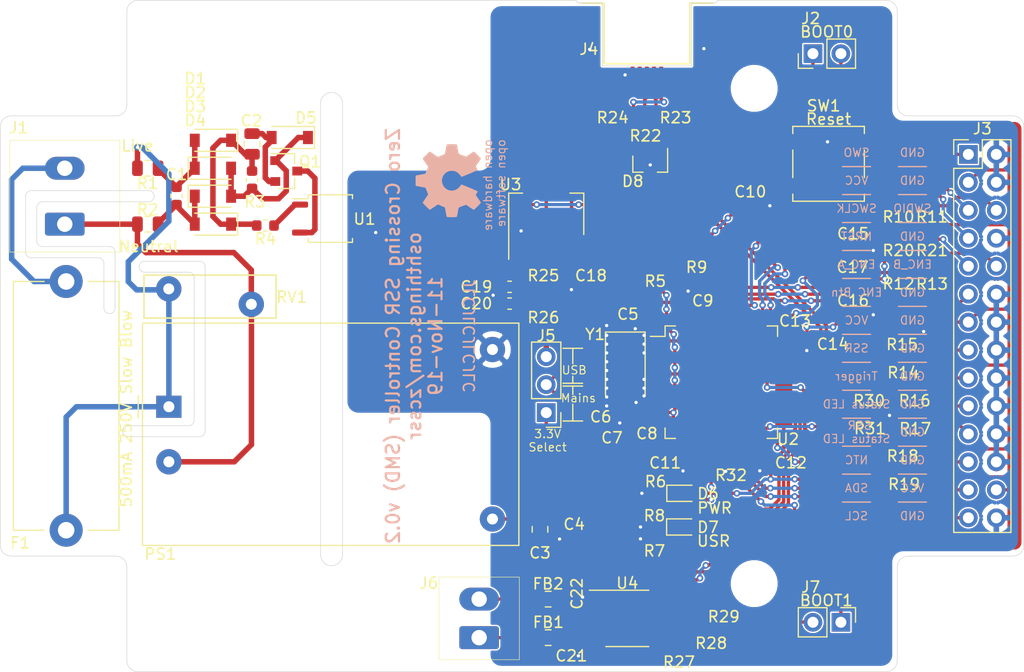
<source format=kicad_pcb>
(kicad_pcb (version 20171130) (host pcbnew 5.1.4-e60b266~84~ubuntu18.04.1)
  (layers (0 F.Cu signal) (31 B.Cu signal) (34 B.Paste user) (35 F.Paste user) (36 B.SilkS user) (37 F.SilkS user) (38 B.Mask user) (39 F.Mask user) (44 Edge.Cuts user))
  (net 0 "")
  (net 1 "Net-(C1-Pad1)")
  (net 2 "Net-(C1-Pad2)")
  (net 3 "Net-(C2-Pad1)")
  (net 4 "Net-(C2-Pad2)")
  (net 5 GND)
  (net 6 "Net-(R4-Pad2)")
  (net 7 "Net-(Q1-Pad3)")
  (net 8 /XTAL1)
  (net 9 /XTAL2)
  (net 10 /LIVE)
  (net 11 /NEUTRAL)
  (net 12 VCC)
  (net 13 /USR_LED)
  (net 14 /SWNRST)
  (net 15 /SWDIO)
  (net 16 /SWCLK)
  (net 17 /ENC_Quad_A)
  (net 18 /ENC_Quad_B)
  (net 19 /SSR_Status_LED_RAW)
  (net 20 /Status_LED_RAW)
  (net 21 /SCL)
  (net 22 /SDA)
  (net 23 /SSR)
  (net 24 /Trigger)
  (net 25 /NTC)
  (net 26 /ENC_Button_RAW)
  (net 27 /ENC_Quad_B_RAW)
  (net 28 /ENC_Quad_A_RAW)
  (net 29 /ZC_OUT)
  (net 30 /Status_LED)
  (net 31 /SSR_Status_LED)
  (net 32 /ENC_Button)
  (net 33 /SWO)
  (net 34 "Net-(D6-Pad1)")
  (net 35 "Net-(D7-Pad1)")
  (net 36 "Net-(D2-Pad2)")
  (net 37 /Fused_LIVE)
  (net 38 "Net-(U2-Pad62)")
  (net 39 "Net-(U2-Pad61)")
  (net 40 "Net-(U2-Pad56)")
  (net 41 "Net-(U2-Pad54)")
  (net 42 "Net-(U2-Pad53)")
  (net 43 "Net-(U2-Pad52)")
  (net 44 "Net-(U2-Pad51)")
  (net 45 "Net-(U2-Pad50)")
  (net 46 "Net-(U2-Pad37)")
  (net 47 "Net-(U2-Pad36)")
  (net 48 "Net-(U2-Pad26)")
  (net 49 "Net-(U2-Pad25)")
  (net 50 "Net-(U2-Pad24)")
  (net 51 "Net-(U2-Pad22)")
  (net 52 "Net-(U2-Pad21)")
  (net 53 "Net-(U2-Pad20)")
  (net 54 "Net-(U2-Pad11)")
  (net 55 "Net-(U2-Pad10)")
  (net 56 "Net-(U2-Pad9)")
  (net 57 "Net-(U2-Pad8)")
  (net 58 "Net-(U2-Pad4)")
  (net 59 "Net-(U2-Pad3)")
  (net 60 "Net-(U2-Pad2)")
  (net 61 "Net-(U2-Pad39)")
  (net 62 "Net-(U2-Pad38)")
  (net 63 /BOOT0)
  (net 64 /D+)
  (net 65 /D-)
  (net 66 /BOOT1)
  (net 67 /USBD+)
  (net 68 /USBD-)
  (net 69 /VBUS)
  (net 70 "Net-(C19-Pad1)")
  (net 71 "Net-(C20-Pad1)")
  (net 72 /3.3V_MAINS)
  (net 73 /3.3V_USB)
  (net 74 "Net-(U2-Pad40)")
  (net 75 /T-)
  (net 76 /T+)
  (net 77 "Net-(FB1-Pad1)")
  (net 78 "Net-(FB2-Pad1)")
  (net 79 /MAX_SCK)
  (net 80 /MAX_NSS)
  (net 81 /MAX_MISO)
  (net 82 "Net-(U2-Pad17)")
  (module Symbol:OSHW-Symbol_6.7x6mm_SilkScreen (layer B.Cu) (at 204.216 55.88 270)
    (fp_text reference REF** hide)
    (fp_text value OSHW-Symbol_6.7x6mm_SilkScreen hide)
  )
  (module Resistor_SMD:R_0402_1005Metric (layer F.Cu) (at 229.893 81.4832 180)
    (fp_text reference R32 (at 0 -1.17) (layer F.SilkS))
    (fp_text value 10k)
    (pad 2 smd roundrect (at 0.485 0 180) (size 0.59 0.64) (layers F.Cu F.Paste F.Mask) (net 5 GND))
    (pad 1 smd roundrect (at -0.485 0 180) (size 0.59 0.64) (layers F.Cu F.Paste F.Mask) (net 66 /BOOT1))
  )
  (module Connector_PinHeader_2.54mm:PinHeader_1x02_P2.54mm_Vertical (layer F.Cu) (at 239.8776 96.012 270)
    (fp_text reference J7 (at -3.2004 2.7432 180) (layer F.SilkS))
    (fp_text value BOOT1 (at -1.9812 1.3208 180) (layer F.SilkS))
    (pad 2 thru_hole oval (at 0 2.54 270) (size 1.7 1.7) (drill 1) (layers *.Cu *.Mask) (net 12 VCC))
    (pad 1 thru_hole rect (at 0 0 270) (size 1.7 1.7) (drill 1) (layers *.Cu *.Mask) (net 66 /BOOT1))
  )
  (module Package_QFP:LQFP-64_10x10mm_P0.5mm (layer F.Cu) (at 229.014 74.198)
    (fp_text reference U2 (at 6.063 5.177) (layer F.SilkS))
    (fp_text value STM32F103RCTx)
    (pad 64 smd roundrect (at -3.75 -5.675) (size 0.3 1.55) (layers F.Cu F.Paste F.Mask) (net 12 VCC))
    (pad 63 smd roundrect (at -3.25 -5.675) (size 0.3 1.55) (layers F.Cu F.Paste F.Mask) (net 5 GND))
    (pad 62 smd roundrect (at -2.75 -5.675) (size 0.3 1.55) (layers F.Cu F.Paste F.Mask) (net 38 "Net-(U2-Pad62)"))
    (pad 61 smd roundrect (at -2.25 -5.675) (size 0.3 1.55) (layers F.Cu F.Paste F.Mask) (net 39 "Net-(U2-Pad61)"))
    (pad 60 smd roundrect (at -1.75 -5.675) (size 0.3 1.55) (layers F.Cu F.Paste F.Mask) (net 63 /BOOT0))
    (pad 59 smd roundrect (at -1.25 -5.675) (size 0.3 1.55) (layers F.Cu F.Paste F.Mask) (net 18 /ENC_Quad_B))
    (pad 58 smd roundrect (at -0.75 -5.675) (size 0.3 1.55) (layers F.Cu F.Paste F.Mask) (net 17 /ENC_Quad_A))
    (pad 57 smd roundrect (at -0.25 -5.675) (size 0.3 1.55) (layers F.Cu F.Paste F.Mask) (net 32 /ENC_Button))
    (pad 56 smd roundrect (at 0.25 -5.675) (size 0.3 1.55) (layers F.Cu F.Paste F.Mask) (net 40 "Net-(U2-Pad56)"))
    (pad 55 smd roundrect (at 0.75 -5.675) (size 0.3 1.55) (layers F.Cu F.Paste F.Mask) (net 33 /SWO))
    (pad 54 smd roundrect (at 1.25 -5.675) (size 0.3 1.55) (layers F.Cu F.Paste F.Mask) (net 41 "Net-(U2-Pad54)"))
    (pad 53 smd roundrect (at 1.75 -5.675) (size 0.3 1.55) (layers F.Cu F.Paste F.Mask) (net 42 "Net-(U2-Pad53)"))
    (pad 52 smd roundrect (at 2.25 -5.675) (size 0.3 1.55) (layers F.Cu F.Paste F.Mask) (net 43 "Net-(U2-Pad52)"))
    (pad 51 smd roundrect (at 2.75 -5.675) (size 0.3 1.55) (layers F.Cu F.Paste F.Mask) (net 44 "Net-(U2-Pad51)"))
    (pad 50 smd roundrect (at 3.25 -5.675) (size 0.3 1.55) (layers F.Cu F.Paste F.Mask) (net 45 "Net-(U2-Pad50)"))
    (pad 49 smd roundrect (at 3.75 -5.675) (size 0.3 1.55) (layers F.Cu F.Paste F.Mask) (net 16 /SWCLK))
    (pad 48 smd roundrect (at 5.675 -3.75) (size 1.55 0.3) (layers F.Cu F.Paste F.Mask) (net 12 VCC))
    (pad 47 smd roundrect (at 5.675 -3.25) (size 1.55 0.3) (layers F.Cu F.Paste F.Mask) (net 5 GND))
    (pad 46 smd roundrect (at 5.675 -2.75) (size 1.55 0.3) (layers F.Cu F.Paste F.Mask) (net 15 /SWDIO))
    (pad 45 smd roundrect (at 5.675 -2.25) (size 1.55 0.3) (layers F.Cu F.Paste F.Mask) (net 67 /USBD+))
    (pad 44 smd roundrect (at 5.675 -1.75) (size 1.55 0.3) (layers F.Cu F.Paste F.Mask) (net 68 /USBD-))
    (pad 43 smd roundrect (at 5.675 -1.25) (size 1.55 0.3) (layers F.Cu F.Paste F.Mask) (net 31 /SSR_Status_LED))
    (pad 42 smd roundrect (at 5.675 -0.75) (size 1.55 0.3) (layers F.Cu F.Paste F.Mask) (net 23 /SSR))
    (pad 41 smd roundrect (at 5.675 -0.25) (size 1.55 0.3) (layers F.Cu F.Paste F.Mask) (net 24 /Trigger))
    (pad 40 smd roundrect (at 5.675 0.25) (size 1.55 0.3) (layers F.Cu F.Paste F.Mask) (net 74 "Net-(U2-Pad40)"))
    (pad 39 smd roundrect (at 5.675 0.75) (size 1.55 0.3) (layers F.Cu F.Paste F.Mask) (net 61 "Net-(U2-Pad39)"))
    (pad 38 smd roundrect (at 5.675 1.25) (size 1.55 0.3) (layers F.Cu F.Paste F.Mask) (net 62 "Net-(U2-Pad38)"))
    (pad 37 smd roundrect (at 5.675 1.75) (size 1.55 0.3) (layers F.Cu F.Paste F.Mask) (net 46 "Net-(U2-Pad37)"))
    (pad 36 smd roundrect (at 5.675 2.25) (size 1.55 0.3) (layers F.Cu F.Paste F.Mask) (net 47 "Net-(U2-Pad36)"))
    (pad 35 smd roundrect (at 5.675 2.75) (size 1.55 0.3) (layers F.Cu F.Paste F.Mask) (net 81 /MAX_MISO))
    (pad 34 smd roundrect (at 5.675 3.25) (size 1.55 0.3) (layers F.Cu F.Paste F.Mask) (net 79 /MAX_SCK))
    (pad 33 smd roundrect (at 5.675 3.75) (size 1.55 0.3) (layers F.Cu F.Paste F.Mask) (net 80 /MAX_NSS))
    (pad 32 smd roundrect (at 3.75 5.675) (size 0.3 1.55) (layers F.Cu F.Paste F.Mask) (net 12 VCC))
    (pad 31 smd roundrect (at 3.25 5.675) (size 0.3 1.55) (layers F.Cu F.Paste F.Mask) (net 5 GND))
    (pad 30 smd roundrect (at 2.75 5.675) (size 0.3 1.55) (layers F.Cu F.Paste F.Mask) (net 22 /SDA))
    (pad 29 smd roundrect (at 2.25 5.675) (size 0.3 1.55) (layers F.Cu F.Paste F.Mask) (net 21 /SCL))
    (pad 28 smd roundrect (at 1.75 5.675) (size 0.3 1.55) (layers F.Cu F.Paste F.Mask) (net 66 /BOOT1))
    (pad 27 smd roundrect (at 1.25 5.675) (size 0.3 1.55) (layers F.Cu F.Paste F.Mask) (net 25 /NTC))
    (pad 26 smd roundrect (at 0.75 5.675) (size 0.3 1.55) (layers F.Cu F.Paste F.Mask) (net 48 "Net-(U2-Pad26)"))
    (pad 25 smd roundrect (at 0.25 5.675) (size 0.3 1.55) (layers F.Cu F.Paste F.Mask) (net 49 "Net-(U2-Pad25)"))
    (pad 24 smd roundrect (at -0.25 5.675) (size 0.3 1.55) (layers F.Cu F.Paste F.Mask) (net 50 "Net-(U2-Pad24)"))
    (pad 23 smd roundrect (at -0.75 5.675) (size 0.3 1.55) (layers F.Cu F.Paste F.Mask) (net 13 /USR_LED))
    (pad 22 smd roundrect (at -1.25 5.675) (size 0.3 1.55) (layers F.Cu F.Paste F.Mask) (net 51 "Net-(U2-Pad22)"))
    (pad 21 smd roundrect (at -1.75 5.675) (size 0.3 1.55) (layers F.Cu F.Paste F.Mask) (net 52 "Net-(U2-Pad21)"))
    (pad 20 smd roundrect (at -2.25 5.675) (size 0.3 1.55) (layers F.Cu F.Paste F.Mask) (net 53 "Net-(U2-Pad20)"))
    (pad 19 smd roundrect (at -2.75 5.675) (size 0.3 1.55) (layers F.Cu F.Paste F.Mask) (net 12 VCC))
    (pad 18 smd roundrect (at -3.25 5.675) (size 0.3 1.55) (layers F.Cu F.Paste F.Mask) (net 5 GND))
    (pad 17 smd roundrect (at -3.75 5.675) (size 0.3 1.55) (layers F.Cu F.Paste F.Mask) (net 82 "Net-(U2-Pad17)"))
    (pad 16 smd roundrect (at -5.675 3.75) (size 1.55 0.3) (layers F.Cu F.Paste F.Mask) (net 30 /Status_LED))
    (pad 15 smd roundrect (at -5.675 3.25) (size 1.55 0.3) (layers F.Cu F.Paste F.Mask) (net 29 /ZC_OUT))
    (pad 14 smd roundrect (at -5.675 2.75) (size 1.55 0.3) (layers F.Cu F.Paste F.Mask) (net 29 /ZC_OUT))
    (pad 13 smd roundrect (at -5.675 2.25) (size 1.55 0.3) (layers F.Cu F.Paste F.Mask) (net 12 VCC))
    (pad 12 smd roundrect (at -5.675 1.75) (size 1.55 0.3) (layers F.Cu F.Paste F.Mask) (net 5 GND))
    (pad 11 smd roundrect (at -5.675 1.25) (size 1.55 0.3) (layers F.Cu F.Paste F.Mask) (net 54 "Net-(U2-Pad11)"))
    (pad 10 smd roundrect (at -5.675 0.75) (size 1.55 0.3) (layers F.Cu F.Paste F.Mask) (net 55 "Net-(U2-Pad10)"))
    (pad 9 smd roundrect (at -5.675 0.25) (size 1.55 0.3) (layers F.Cu F.Paste F.Mask) (net 56 "Net-(U2-Pad9)"))
    (pad 8 smd roundrect (at -5.675 -0.25) (size 1.55 0.3) (layers F.Cu F.Paste F.Mask) (net 57 "Net-(U2-Pad8)"))
    (pad 7 smd roundrect (at -5.675 -0.75) (size 1.55 0.3) (layers F.Cu F.Paste F.Mask) (net 14 /SWNRST))
    (pad 6 smd roundrect (at -5.675 -1.25) (size 1.55 0.3) (layers F.Cu F.Paste F.Mask) (net 9 /XTAL2))
    (pad 5 smd roundrect (at -5.675 -1.75) (size 1.55 0.3) (layers F.Cu F.Paste F.Mask) (net 8 /XTAL1))
    (pad 4 smd roundrect (at -5.675 -2.25) (size 1.55 0.3) (layers F.Cu F.Paste F.Mask) (net 58 "Net-(U2-Pad4)"))
    (pad 3 smd roundrect (at -5.675 -2.75) (size 1.55 0.3) (layers F.Cu F.Paste F.Mask) (net 59 "Net-(U2-Pad3)"))
    (pad 2 smd roundrect (at -5.675 -3.25) (size 1.55 0.3) (layers F.Cu F.Paste F.Mask) (net 60 "Net-(U2-Pad2)"))
    (pad 1 smd roundrect (at -5.675 -3.75) (size 1.55 0.3) (layers F.Cu F.Paste F.Mask) (net 12 VCC))
  )
  (module Resistor_SMD:R_0402_1005Metric (layer F.Cu) (at 244.2972 78.415 90)
    (fp_text reference R31 (at 0 -1.778 180) (layer F.SilkS))
    (fp_text value 10k)
    (pad 2 smd roundrect (at 0.485 0 90) (size 0.59 0.64) (layers F.Cu F.Paste F.Mask) (net 5 GND))
    (pad 1 smd roundrect (at -0.485 0 90) (size 0.59 0.64) (layers F.Cu F.Paste F.Mask) (net 31 /SSR_Status_LED))
  )
  (module Resistor_SMD:R_0402_1005Metric (layer F.Cu) (at 244.2972 75.875 270)
    (fp_text reference R30 (at 0.0075 1.8542 180) (layer F.SilkS))
    (fp_text value 10k)
    (pad 2 smd roundrect (at 0.485 0 270) (size 0.59 0.64) (layers F.Cu F.Paste F.Mask) (net 5 GND))
    (pad 1 smd roundrect (at -0.485 0 270) (size 0.59 0.64) (layers F.Cu F.Paste F.Mask) (net 30 /Status_LED))
  )
  (module Package_SO:SOIC-8_3.9x4.9mm_P1.27mm (layer F.Cu) (at 220.472 95.659)
    (fp_text reference U4 (at 0 -3.203) (layer F.SilkS))
    (fp_text value MAX31855KASA)
    (pad 8 smd roundrect (at 2.475 -1.905) (size 1.95 0.6) (layers F.Cu F.Paste F.Mask))
    (pad 7 smd roundrect (at 2.475 -0.635) (size 1.95 0.6) (layers F.Cu F.Paste F.Mask) (net 81 /MAX_MISO))
    (pad 6 smd roundrect (at 2.475 0.635) (size 1.95 0.6) (layers F.Cu F.Paste F.Mask) (net 80 /MAX_NSS))
    (pad 5 smd roundrect (at 2.475 1.905) (size 1.95 0.6) (layers F.Cu F.Paste F.Mask) (net 79 /MAX_SCK))
    (pad 4 smd roundrect (at -2.475 1.905) (size 1.95 0.6) (layers F.Cu F.Paste F.Mask) (net 12 VCC))
    (pad 3 smd roundrect (at -2.475 0.635) (size 1.95 0.6) (layers F.Cu F.Paste F.Mask) (net 76 /T+))
    (pad 2 smd roundrect (at -2.475 -0.635) (size 1.95 0.6) (layers F.Cu F.Paste F.Mask) (net 75 /T-))
    (pad 1 smd roundrect (at -2.475 -1.905) (size 1.95 0.6) (layers F.Cu F.Paste F.Mask) (net 5 GND))
  )
  (module Resistor_SMD:R_0402_1005Metric (layer F.Cu) (at 227.457 95.504 270)
    (fp_text reference R29 (at 0 -1.778 180) (layer F.SilkS))
    (fp_text value 10k)
    (pad 2 smd roundrect (at 0.485 0 270) (size 0.59 0.64) (layers F.Cu F.Paste F.Mask) (net 12 VCC))
    (pad 1 smd roundrect (at -0.485 0 270) (size 0.59 0.64) (layers F.Cu F.Paste F.Mask) (net 81 /MAX_MISO))
  )
  (module Resistor_SMD:R_0402_1005Metric (layer F.Cu) (at 226.314 96.774 270)
    (fp_text reference R28 (at 1.143 -1.778 180) (layer F.SilkS))
    (fp_text value 10k)
    (pad 2 smd roundrect (at 0.485 0 270) (size 0.59 0.64) (layers F.Cu F.Paste F.Mask) (net 12 VCC))
    (pad 1 smd roundrect (at -0.485 0 270) (size 0.59 0.64) (layers F.Cu F.Paste F.Mask) (net 80 /MAX_NSS))
  )
  (module Resistor_SMD:R_0402_1005Metric (layer F.Cu) (at 225.171 98.171 270)
    (fp_text reference R27 (at 1.4605 0 180) (layer F.SilkS))
    (fp_text value 10k)
    (pad 2 smd roundrect (at 0.485 0 270) (size 0.59 0.64) (layers F.Cu F.Paste F.Mask) (net 12 VCC))
    (pad 1 smd roundrect (at -0.485 0 270) (size 0.59 0.64) (layers F.Cu F.Paste F.Mask) (net 79 /MAX_SCK))
  )
  (module Custom:PhoenixContact_MKDS_2-3.5 (layer F.Cu) (at 207.01 97.409 90)
    (fp_text reference J6 (at 4.953 -4.572) (layer F.SilkS))
    (fp_text value K-Type)
    (pad 2 thru_hole oval (at 3.5 0 90) (size 2.08 3.6) (drill 1.4) (layers *.Cu *.Mask) (net 78 "Net-(FB2-Pad1)"))
    (pad 1 thru_hole roundrect (at 0 0 90) (size 2.08 3.6) (drill 1.4) (layers *.Cu *.Mask) (roundrect_rratio 0.120192) (net 77 "Net-(FB1-Pad1)"))
  )
  (module Inductor_SMD:L_0805_2012Metric (layer F.Cu) (at 213.2815 93.909)
    (fp_text reference FB2 (at 0 -1.3895) (layer F.SilkS))
    (fp_text value 600ohm)
    (pad 2 smd roundrect (at 0.9375 0) (size 0.975 1.4) (layers F.Cu F.Paste F.Mask) (net 75 /T-))
    (pad 1 smd roundrect (at -0.9375 0) (size 0.975 1.4) (layers F.Cu F.Paste F.Mask) (net 78 "Net-(FB2-Pad1)"))
  )
  (module Inductor_SMD:L_0805_2012Metric (layer F.Cu) (at 213.2815 97.409)
    (fp_text reference FB1 (at 0.015 -1.397) (layer F.SilkS))
    (fp_text value 600ohm)
    (pad 2 smd roundrect (at 0.9375 0) (size 0.975 1.4) (layers F.Cu F.Paste F.Mask) (net 76 /T+))
    (pad 1 smd roundrect (at -0.9375 0) (size 0.975 1.4) (layers F.Cu F.Paste F.Mask) (net 77 "Net-(FB1-Pad1)"))
  )
  (module Capacitor_SMD:C_0402_1005Metric (layer F.Cu) (at 215.9 95.659 90)
    (fp_text reference C22 (at 2.2505 0 270) (layer F.SilkS))
    (fp_text value 10nf)
    (pad 2 smd roundrect (at 0.485 0 90) (size 0.59 0.64) (layers F.Cu F.Paste F.Mask) (net 75 /T-))
    (pad 1 smd roundrect (at -0.485 0 90) (size 0.59 0.64) (layers F.Cu F.Paste F.Mask) (net 76 /T+))
  )
  (module Capacitor_SMD:C_0402_1005Metric (layer F.Cu) (at 217.528 99.06 180)
    (fp_text reference C21 (at 2.136 0) (layer F.SilkS))
    (fp_text value 100nF)
    (pad 2 smd roundrect (at 0.485 0 180) (size 0.59 0.64) (layers F.Cu F.Paste F.Mask) (net 5 GND))
    (pad 1 smd roundrect (at -0.485 0 180) (size 0.59 0.64) (layers F.Cu F.Paste F.Mask) (net 12 VCC))
  )
  (module Connector_PinHeader_2.54mm:PinHeader_1x03_P2.54mm_Vertical (layer F.Cu) (at 213.106 76.962 180)
    (fp_text reference J5 (at 0 6.985) (layer F.SilkS))
    (fp_text value PowerSelect)
    (pad 3 thru_hole oval (at 0 5.08 180) (size 1.7 1.7) (drill 1) (layers *.Cu *.Mask) (net 73 /3.3V_USB))
    (pad 2 thru_hole oval (at 0 2.54 180) (size 1.7 1.7) (drill 1) (layers *.Cu *.Mask) (net 12 VCC))
    (pad 1 thru_hole rect (at 0 0 180) (size 1.7 1.7) (drill 1) (layers *.Cu *.Mask) (net 72 /3.3V_MAINS))
  )
  (module Package_TO_SOT_SMD:SOT-223-3_TabPin2 (layer F.Cu) (at 213.106 58.928 90)
    (fp_text reference U3 (at 2.6924 -3.2512 180) (layer F.SilkS))
    (fp_text value AMS1117)
    (pad 1 smd rect (at -3.15 -2.3 90) (size 2 1.5) (layers F.Cu F.Paste F.Mask) (net 5 GND))
    (pad 3 smd rect (at -3.15 2.3 90) (size 2 1.5) (layers F.Cu F.Paste F.Mask) (net 69 /VBUS))
    (pad 2 smd rect (at -3.15 0 90) (size 2 1.5) (layers F.Cu F.Paste F.Mask) (net 73 /3.3V_USB))
    (pad 2 smd rect (at 3.15 0 90) (size 2 3.8) (layers F.Cu F.Paste F.Mask) (net 73 /3.3V_USB))
  )
  (module Resistor_SMD:R_0402_1005Metric (layer F.Cu) (at 212.598 67.056)
    (fp_text reference R26 (at 0.254 1.27) (layer F.SilkS))
    (fp_text value 1)
    (pad 2 smd roundrect (at 0.485 0) (size 0.59 0.64) (layers F.Cu F.Paste F.Mask) (net 73 /3.3V_USB))
    (pad 1 smd roundrect (at -0.485 0) (size 0.59 0.64) (layers F.Cu F.Paste F.Mask) (net 71 "Net-(C20-Pad1)"))
  )
  (module Resistor_SMD:R_0402_1005Metric (layer F.Cu) (at 212.598 65.532)
    (fp_text reference R25 (at 0.254 -1.016) (layer F.SilkS))
    (fp_text value 1)
    (pad 2 smd roundrect (at 0.485 0) (size 0.59 0.64) (layers F.Cu F.Paste F.Mask) (net 73 /3.3V_USB))
    (pad 1 smd roundrect (at -0.485 0) (size 0.59 0.64) (layers F.Cu F.Paste F.Mask) (net 70 "Net-(C19-Pad1)"))
  )
  (module Capacitor_SMD:C_0603_1608Metric (layer F.Cu) (at 209.7785 67.056 180)
    (fp_text reference C20 (at 3.0225 0) (layer F.SilkS))
    (fp_text value 22uF)
    (pad 2 smd roundrect (at 0.7875 0 180) (size 0.875 0.95) (layers F.Cu F.Paste F.Mask) (net 5 GND))
    (pad 1 smd roundrect (at -0.7875 0 180) (size 0.875 0.95) (layers F.Cu F.Paste F.Mask) (net 71 "Net-(C20-Pad1)"))
  )
  (module Capacitor_SMD:C_0603_1608Metric (layer F.Cu) (at 209.7785 65.532 180)
    (fp_text reference C19 (at 3.0225 0) (layer F.SilkS))
    (fp_text value 22uF)
    (pad 2 smd roundrect (at 0.7875 0 180) (size 0.875 0.95) (layers F.Cu F.Paste F.Mask) (net 5 GND))
    (pad 1 smd roundrect (at -0.7875 0 180) (size 0.875 0.95) (layers F.Cu F.Paste F.Mask) (net 70 "Net-(C19-Pad1)"))
  )
  (module Capacitor_SMD:C_0402_1005Metric (layer F.Cu) (at 215.406 64.493 270)
    (fp_text reference C18 (at 0.023 -1.764 180) (layer F.SilkS))
    (fp_text value 4.7uf)
    (pad 2 smd roundrect (at 0.485 0 270) (size 0.59 0.64) (layers F.Cu F.Paste F.Mask) (net 5 GND))
    (pad 1 smd roundrect (at -0.485 0 270) (size 0.59 0.64) (layers F.Cu F.Paste F.Mask) (net 69 /VBUS))
  )
  (module Resistor_SMD:R_0402_1005Metric (layer F.Cu) (at 221.0308 50.165 90)
    (fp_text reference R24 (at 0 -1.8923 180) (layer F.SilkS))
    (fp_text value 2k)
    (pad 2 smd roundrect (at 0.485 0 90) (size 0.59 0.64) (layers F.Cu F.Paste F.Mask) (net 69 /VBUS))
    (pad 1 smd roundrect (at -0.485 0 90) (size 0.59 0.64) (layers F.Cu F.Paste F.Mask) (net 67 /USBD+))
  )
  (module Package_TO_SOT_SMD:SOT-23 (layer F.Cu) (at 222.5548 54.356 270)
    (fp_text reference D8 (at 1.5875 1.5875 180) (layer F.SilkS))
    (fp_text value CESD5V0AP)
    (pad 3 smd rect (at 1 0 270) (size 0.9 0.8) (layers F.Cu F.Paste F.Mask) (net 5 GND))
    (pad 2 smd rect (at -1 0.95 270) (size 0.9 0.8) (layers F.Cu F.Paste F.Mask) (net 67 /USBD+))
    (pad 1 smd rect (at -1 -0.95 270) (size 0.9 0.8) (layers F.Cu F.Paste F.Mask) (net 68 /USBD-))
  )
  (module Resistor_SMD:R_0402_1005Metric (layer F.Cu) (at 223.0755 50.165 90)
    (fp_text reference R23 (at 0 1.778 180) (layer F.SilkS))
    (fp_text value 22)
    (pad 2 smd roundrect (at 0.485 0 90) (size 0.59 0.64) (layers F.Cu F.Paste F.Mask) (net 65 /D-))
    (pad 1 smd roundrect (at -0.485 0 90) (size 0.59 0.64) (layers F.Cu F.Paste F.Mask) (net 68 /USBD-))
  )
  (module Resistor_SMD:R_0402_1005Metric (layer F.Cu) (at 222.0595 50.165 90)
    (fp_text reference R22 (at -1.651 0.0635 180) (layer F.SilkS))
    (fp_text value 22)
    (pad 2 smd roundrect (at 0.485 0 90) (size 0.59 0.64) (layers F.Cu F.Paste F.Mask) (net 64 /D+))
    (pad 1 smd roundrect (at -0.485 0 90) (size 0.59 0.64) (layers F.Cu F.Paste F.Mask) (net 67 /USBD+))
  )
  (module "Custom:ZX62M-B-5P(30)" (layer F.Cu) (at 222.25 41.656 180)
    (fp_text reference J4 (at 5.2705 -2.286) (layer F.SilkS))
    (fp_text value USB_B_Micro)
    (pad 6 smd roundrect (at 5.2 0 180) (size 1.6 2.4) (layers F.Cu F.Paste F.Mask) (net 5 GND))
    (pad 3 smd roundrect (at 0 -4.625 180) (size 0.4 1.5) (layers F.Cu F.Paste F.Mask) (net 64 /D+))
    (pad 5 smd roundrect (at 1.3 -4.625 180) (size 0.4 1.5) (layers F.Cu F.Paste F.Mask) (net 5 GND))
    (pad 1 smd roundrect (at -1.3 -4.625 180) (size 0.4 1.5) (layers F.Cu F.Paste F.Mask) (net 69 /VBUS))
    (pad 4 smd roundrect (at 0.65 -4.625) (size 0.4 1.5) (layers F.Cu F.Paste F.Mask) (net 5 GND))
    (pad 2 smd roundrect (at -0.65 -4.625 180) (size 0.4 1.5) (layers F.Cu F.Paste F.Mask) (net 65 /D-))
    (pad 6 smd roundrect (at 5.2 -4.3 180) (size 1.6 2.4) (layers F.Cu F.Paste F.Mask) (net 5 GND))
    (pad 6 smd roundrect (at 4.8 -4.8 180) (size 2.4 1.4) (layers F.Cu F.Paste F.Mask) (net 5 GND))
    (pad 6 smd roundrect (at -5.2 -4.3 180) (size 1.6 2.4) (layers F.Cu F.Paste F.Mask) (net 5 GND))
    (pad 6 smd roundrect (at -4.8 -4.8 180) (size 2.4 1.4) (layers F.Cu F.Paste F.Mask) (net 5 GND))
    (pad 6 smd roundrect (at -5.2 0 180) (size 1.6 2.4) (layers F.Cu F.Paste F.Mask) (net 5 GND))
    (pad 6 smd roundrect (at -2.9 -6.4 180) (size 1.45 1.5) (layers F.Cu F.Paste F.Mask) (net 5 GND))
    (pad 6 smd roundrect (at 2.9 -6.4 180) (size 1.45 1.5) (layers F.Cu F.Paste F.Mask) (net 5 GND))
  )
  (module Connector_PinHeader_2.54mm:PinHeader_1x02_P2.54mm_Vertical (layer F.Cu) (at 237.3376 44.3484 90)
    (fp_text reference J2 (at 3.2004 -0.2032 180) (layer F.SilkS))
    (fp_text value BOOT0 (at 1.9812 1.2522 180) (layer F.SilkS))
    (pad 2 thru_hole oval (at 0 2.54 90) (size 1.7 1.7) (drill 1) (layers *.Cu *.Mask) (net 12 VCC))
    (pad 1 thru_hole rect (at 0 0 90) (size 1.7 1.7) (drill 1) (layers *.Cu *.Mask) (net 63 /BOOT0))
  )
  (module Button_Switch_SMD:SW_SPST_B3SL-1002P (layer F.Cu) (at 238.76 54.356 180)
    (fp_text reference SW1 (at 0.4445 5.2705) (layer F.SilkS))
    (fp_text value Reset (at 0 4.064) (layer F.SilkS))
    (pad 2 smd rect (at -2.875 2 180) (size 2.75 1) (layers F.Cu F.Paste F.Mask) (net 5 GND))
    (pad 2 smd rect (at 2.875 2 180) (size 2.75 1) (layers F.Cu F.Paste F.Mask) (net 5 GND))
    (pad 1 smd rect (at 2.875 -2 180) (size 2.75 1) (layers F.Cu F.Paste F.Mask) (net 14 /SWNRST))
    (pad 1 smd rect (at -2.875 -2 180) (size 2.75 1) (layers F.Cu F.Paste F.Mask) (net 14 /SWNRST))
  )
  (module Connector_PinHeader_2.54mm:PinHeader_2x14_P2.54mm_Vertical (layer F.Cu) (at 251.46 53.5)
    (fp_text reference J3 (at 1.27 -2.33) (layer F.SilkS))
    (fp_text value Conn_02x14_Odd_Even)
    (pad 28 thru_hole oval (at 2.54 33.02) (size 1.7 1.7) (drill 1) (layers *.Cu *.Mask) (net 5 GND))
    (pad 27 thru_hole oval (at 0 33.02) (size 1.7 1.7) (drill 1) (layers *.Cu *.Mask) (net 21 /SCL))
    (pad 26 thru_hole oval (at 2.54 30.48) (size 1.7 1.7) (drill 1) (layers *.Cu *.Mask) (net 12 VCC))
    (pad 25 thru_hole oval (at 0 30.48) (size 1.7 1.7) (drill 1) (layers *.Cu *.Mask) (net 22 /SDA))
    (pad 24 thru_hole oval (at 2.54 27.94) (size 1.7 1.7) (drill 1) (layers *.Cu *.Mask) (net 5 GND))
    (pad 23 thru_hole oval (at 0 27.94) (size 1.7 1.7) (drill 1) (layers *.Cu *.Mask) (net 25 /NTC))
    (pad 22 thru_hole oval (at 2.54 25.4) (size 1.7 1.7) (drill 1) (layers *.Cu *.Mask) (net 5 GND))
    (pad 21 thru_hole oval (at 0 25.4) (size 1.7 1.7) (drill 1) (layers *.Cu *.Mask) (net 19 /SSR_Status_LED_RAW))
    (pad 20 thru_hole oval (at 2.54 22.86) (size 1.7 1.7) (drill 1) (layers *.Cu *.Mask) (net 5 GND))
    (pad 19 thru_hole oval (at 0 22.86) (size 1.7 1.7) (drill 1) (layers *.Cu *.Mask) (net 20 /Status_LED_RAW))
    (pad 18 thru_hole oval (at 2.54 20.32) (size 1.7 1.7) (drill 1) (layers *.Cu *.Mask) (net 5 GND))
    (pad 17 thru_hole oval (at 0 20.32) (size 1.7 1.7) (drill 1) (layers *.Cu *.Mask) (net 24 /Trigger))
    (pad 16 thru_hole oval (at 2.54 17.78) (size 1.7 1.7) (drill 1) (layers *.Cu *.Mask) (net 5 GND))
    (pad 15 thru_hole oval (at 0 17.78) (size 1.7 1.7) (drill 1) (layers *.Cu *.Mask) (net 23 /SSR))
    (pad 14 thru_hole oval (at 2.54 15.24) (size 1.7 1.7) (drill 1) (layers *.Cu *.Mask) (net 5 GND))
    (pad 13 thru_hole oval (at 0 15.24) (size 1.7 1.7) (drill 1) (layers *.Cu *.Mask) (net 12 VCC))
    (pad 12 thru_hole oval (at 2.54 12.7) (size 1.7 1.7) (drill 1) (layers *.Cu *.Mask) (net 5 GND))
    (pad 11 thru_hole oval (at 0 12.7) (size 1.7 1.7) (drill 1) (layers *.Cu *.Mask) (net 26 /ENC_Button_RAW))
    (pad 10 thru_hole oval (at 2.54 10.16) (size 1.7 1.7) (drill 1) (layers *.Cu *.Mask) (net 27 /ENC_Quad_B_RAW))
    (pad 9 thru_hole oval (at 0 10.16) (size 1.7 1.7) (drill 1) (layers *.Cu *.Mask) (net 28 /ENC_Quad_A_RAW))
    (pad 8 thru_hole oval (at 2.54 7.62) (size 1.7 1.7) (drill 1) (layers *.Cu *.Mask) (net 5 GND))
    (pad 7 thru_hole oval (at 0 7.62) (size 1.7 1.7) (drill 1) (layers *.Cu *.Mask) (net 14 /SWNRST))
    (pad 6 thru_hole oval (at 2.54 5.08) (size 1.7 1.7) (drill 1) (layers *.Cu *.Mask) (net 15 /SWDIO))
    (pad 5 thru_hole oval (at 0 5.08) (size 1.7 1.7) (drill 1) (layers *.Cu *.Mask) (net 16 /SWCLK))
    (pad 4 thru_hole oval (at 2.54 2.54) (size 1.7 1.7) (drill 1) (layers *.Cu *.Mask) (net 5 GND))
    (pad 3 thru_hole oval (at 0 2.54) (size 1.7 1.7) (drill 1) (layers *.Cu *.Mask) (net 12 VCC))
    (pad 2 thru_hole oval (at 2.54 0) (size 1.7 1.7) (drill 1) (layers *.Cu *.Mask) (net 5 GND))
    (pad 1 thru_hole rect (at 0 0) (size 1.7 1.7) (drill 1) (layers *.Cu *.Mask) (net 33 /SWO))
  )
  (module Varistor:RV_Disc_D12mm_W3.9mm_P7.5mm (layer F.Cu) (at 186.309 67.1195 180)
    (fp_text reference RV1 (at -3.672 0.658) (layer F.SilkS))
    (fp_text value Varistor)
    (pad 2 thru_hole circle (at 7.5 1.4 180) (size 2.3 2.3) (drill 1) (layers *.Cu *.Mask) (net 37 /Fused_LIVE))
    (pad 1 thru_hole circle (at 0 0 180) (size 2.3 2.3) (drill 1) (layers *.Cu *.Mask) (net 11 /NEUTRAL))
  )
  (module Fuse:Fuseholder_Cylinder-5x20mm_Stelvio-Kontek_PTF78_Horizontal_Open (layer F.Cu) (at 169.487 65.047 270)
    (fp_text reference F1 (at 23.749 4.191 180) (layer F.SilkS))
    (fp_text value "500mA 250V Slow Blow" (at 11.557 -5.461 90) (layer F.SilkS))
    (pad 2 thru_hole circle (at 22.6 0 270) (size 3 3) (drill 1.5) (layers *.Cu *.Mask) (net 37 /Fused_LIVE))
    (pad 1 thru_hole circle (at 0 0 270) (size 3 3) (drill 1.5) (layers *.Cu *.Mask) (net 10 /LIVE))
  )
  (module Capacitor_SMD:C_0805_2012Metric (layer F.Cu) (at 212.54 87.5675 270)
    (fp_text reference C3 (at 2.14 0 180) (layer F.SilkS))
    (fp_text value 10uF)
    (pad 2 smd roundrect (at 0.9375 0 270) (size 0.975 1.4) (layers F.Cu F.Paste F.Mask) (net 5 GND))
    (pad 1 smd roundrect (at -0.9375 0 270) (size 0.975 1.4) (layers F.Cu F.Paste F.Mask) (net 72 /3.3V_MAINS))
  )
  (module Capacitor_SMD:C_0402_1005Metric (layer F.Cu) (at 214.318 87.115 270)
    (fp_text reference C4 (at -0.0075 -1.328 180) (layer F.SilkS))
    (fp_text value 100nF)
    (pad 2 smd roundrect (at 0.485 0 270) (size 0.59 0.64) (layers F.Cu F.Paste F.Mask) (net 5 GND))
    (pad 1 smd roundrect (at -0.485 0 270) (size 0.59 0.64) (layers F.Cu F.Paste F.Mask) (net 72 /3.3V_MAINS))
  )
  (module Resistor_SMD:R_0402_1005Metric (layer F.Cu) (at 247.396 73.335 90)
    (fp_text reference R14 (at 0 -1.847 180) (layer F.SilkS))
    (fp_text value 10k)
    (pad 2 smd roundrect (at 0.485 0 90) (size 0.59 0.64) (layers F.Cu F.Paste F.Mask) (net 12 VCC))
    (pad 1 smd roundrect (at -0.485 0 90) (size 0.59 0.64) (layers F.Cu F.Paste F.Mask) (net 24 /Trigger))
  )
  (module Resistor_SMD:R_0402_1005Metric (layer F.Cu) (at 247.396 83.495 270)
    (fp_text reference R19 (at -0.023 1.778 180) (layer F.SilkS))
    (fp_text value 4.7k)
    (pad 2 smd roundrect (at 0.485 0 270) (size 0.59 0.64) (layers F.Cu F.Paste F.Mask) (net 22 /SDA))
    (pad 1 smd roundrect (at -0.485 0 270) (size 0.59 0.64) (layers F.Cu F.Paste F.Mask) (net 12 VCC))
  )
  (module Resistor_SMD:R_0402_1005Metric (layer F.Cu) (at 245.11 66.779 270)
    (fp_text reference R12 (at -1.524 0 180) (layer F.SilkS))
    (fp_text value 10k)
    (pad 2 smd roundrect (at 0.485 0 270) (size 0.59 0.64) (layers F.Cu F.Paste F.Mask) (net 26 /ENC_Button_RAW))
    (pad 1 smd roundrect (at -0.485 0 270) (size 0.59 0.64) (layers F.Cu F.Paste F.Mask) (net 32 /ENC_Button))
  )
  (module Resistor_SMD:R_0402_1005Metric (layer F.Cu) (at 247.396 66.802 90)
    (fp_text reference R13 (at 1.524 0.762 180) (layer F.SilkS))
    (fp_text value 10k)
    (pad 2 smd roundrect (at 0.485 0 90) (size 0.59 0.64) (layers F.Cu F.Paste F.Mask) (net 12 VCC))
    (pad 1 smd roundrect (at -0.485 0 90) (size 0.59 0.64) (layers F.Cu F.Paste F.Mask) (net 26 /ENC_Button_RAW))
  )
  (module Resistor_SMD:R_0402_1005Metric (layer F.Cu) (at 245.11 63.754 90)
    (fp_text reference R20 (at 1.524 0 180) (layer F.SilkS))
    (fp_text value 10k)
    (pad 2 smd roundrect (at 0.485 0 90) (size 0.59 0.64) (layers F.Cu F.Paste F.Mask) (net 27 /ENC_Quad_B_RAW))
    (pad 1 smd roundrect (at -0.485 0 90) (size 0.59 0.64) (layers F.Cu F.Paste F.Mask) (net 18 /ENC_Quad_B))
  )
  (module Resistor_SMD:R_0402_1005Metric (layer F.Cu) (at 247.396 63.754 270)
    (fp_text reference R21 (at -1.524 -0.762 180) (layer F.SilkS))
    (fp_text value 10k)
    (pad 2 smd roundrect (at 0.485 0 270) (size 0.59 0.64) (layers F.Cu F.Paste F.Mask) (net 12 VCC))
    (pad 1 smd roundrect (at -0.485 0 270) (size 0.59 0.64) (layers F.Cu F.Paste F.Mask) (net 27 /ENC_Quad_B_RAW))
  )
  (module Resistor_SMD:R_0402_1005Metric (layer F.Cu) (at 245.11 60.706 270)
    (fp_text reference R10 (at -1.524 0 180) (layer F.SilkS))
    (fp_text value 10k)
    (pad 2 smd roundrect (at 0.485 0 270) (size 0.59 0.64) (layers F.Cu F.Paste F.Mask) (net 28 /ENC_Quad_A_RAW))
    (pad 1 smd roundrect (at -0.485 0 270) (size 0.59 0.64) (layers F.Cu F.Paste F.Mask) (net 17 /ENC_Quad_A))
  )
  (module Resistor_SMD:R_0402_1005Metric (layer F.Cu) (at 247.396 60.706 90)
    (fp_text reference R11 (at 1.524 0.762 180) (layer F.SilkS))
    (fp_text value 10k)
    (pad 2 smd roundrect (at 0.485 0 90) (size 0.59 0.64) (layers F.Cu F.Paste F.Mask) (net 12 VCC))
    (pad 1 smd roundrect (at -0.485 0 90) (size 0.59 0.64) (layers F.Cu F.Paste F.Mask) (net 28 /ENC_Quad_A_RAW))
  )
  (module Resistor_SMD:R_0402_1005Metric (layer F.Cu) (at 247.396 70.795 90)
    (fp_text reference R15 (at 0.023 -1.951 180) (layer F.SilkS))
    (fp_text value 10k)
    (pad 2 smd roundrect (at 0.485 0 90) (size 0.59 0.64) (layers F.Cu F.Paste F.Mask) (net 5 GND))
    (pad 1 smd roundrect (at -0.485 0 90) (size 0.59 0.64) (layers F.Cu F.Paste F.Mask) (net 23 /SSR))
  )
  (module Resistor_SMD:R_0402_1005Metric (layer F.Cu) (at 248.412 78.415 90)
    (fp_text reference R17 (at -0.0075 -1.778) (layer F.SilkS))
    (fp_text value 150)
    (pad 2 smd roundrect (at 0.485 0 90) (size 0.59 0.64) (layers F.Cu F.Paste F.Mask) (net 19 /SSR_Status_LED_RAW))
    (pad 1 smd roundrect (at -0.485 0 90) (size 0.59 0.64) (layers F.Cu F.Paste F.Mask) (net 31 /SSR_Status_LED))
  )
  (module Resistor_SMD:R_0402_1005Metric (layer F.Cu) (at 248.412 75.875 270)
    (fp_text reference R16 (at 0.0075 1.8288) (layer F.SilkS))
    (fp_text value 150)
    (pad 2 smd roundrect (at 0.485 0 270) (size 0.59 0.64) (layers F.Cu F.Paste F.Mask) (net 20 /Status_LED_RAW))
    (pad 1 smd roundrect (at -0.485 0 270) (size 0.59 0.64) (layers F.Cu F.Paste F.Mask) (net 30 /Status_LED))
  )
  (module Resistor_SMD:R_0402_1005Metric (layer F.Cu) (at 247.396 80.955 90)
    (fp_text reference R18 (at 0.046 -1.905 180) (layer F.SilkS))
    (fp_text value 10k)
    (pad 2 smd roundrect (at 0.485 0 90) (size 0.59 0.64) (layers F.Cu F.Paste F.Mask) (net 12 VCC))
    (pad 1 smd roundrect (at -0.485 0 90) (size 0.59 0.64) (layers F.Cu F.Paste F.Mask) (net 25 /NTC))
  )
  (module Resistor_SMD:R_0402_1005Metric (layer F.Cu) (at 223.012 66.4578 90)
    (fp_text reference R5 (at 1.4338 0 180) (layer F.SilkS))
    (fp_text value 4.7k)
    (pad 2 smd roundrect (at 0.485 0 90) (size 0.59 0.64) (layers F.Cu F.Paste F.Mask) (net 29 /ZC_OUT))
    (pad 1 smd roundrect (at -0.485 0 90) (size 0.59 0.64) (layers F.Cu F.Paste F.Mask) (net 12 VCC))
  )
  (module Capacitor_SMD:C_0402_1005Metric (layer F.Cu) (at 242.824 66.802 270)
    (fp_text reference C16 (at -0.015 1.8415 180) (layer F.SilkS))
    (fp_text value 10nf)
    (pad 2 smd roundrect (at 0.485 0 270) (size 0.59 0.64) (layers F.Cu F.Paste F.Mask) (net 5 GND))
    (pad 1 smd roundrect (at -0.485 0 270) (size 0.59 0.64) (layers F.Cu F.Paste F.Mask) (net 32 /ENC_Button))
  )
  (module Capacitor_SMD:C_0402_1005Metric (layer F.Cu) (at 242.824 63.754 90)
    (fp_text reference C17 (at 0 -1.8868 180) (layer F.SilkS))
    (fp_text value 10nf)
    (pad 2 smd roundrect (at 0.485 0 90) (size 0.59 0.64) (layers F.Cu F.Paste F.Mask) (net 5 GND))
    (pad 1 smd roundrect (at -0.485 0 90) (size 0.59 0.64) (layers F.Cu F.Paste F.Mask) (net 18 /ENC_Quad_B))
  )
  (module Capacitor_SMD:C_0402_1005Metric (layer F.Cu) (at 242.824 60.706 270)
    (fp_text reference C15 (at 0 1.8415 180) (layer F.SilkS))
    (fp_text value 10nf)
    (pad 2 smd roundrect (at 0.485 0 270) (size 0.59 0.64) (layers F.Cu F.Paste F.Mask) (net 5 GND))
    (pad 1 smd roundrect (at -0.485 0 270) (size 0.59 0.64) (layers F.Cu F.Paste F.Mask) (net 17 /ENC_Quad_A))
  )
  (module Capacitor_SMD:C_0402_1005Metric (layer F.Cu) (at 233.426 56.896 90)
    (fp_text reference C10 (at 0 -1.778 180) (layer F.SilkS))
    (fp_text value 100nF)
    (pad 2 smd roundrect (at 0.485 0 90) (size 0.59 0.64) (layers F.Cu F.Paste F.Mask) (net 14 /SWNRST))
    (pad 1 smd roundrect (at -0.485 0 90) (size 0.59 0.64) (layers F.Cu F.Paste F.Mask) (net 5 GND))
  )
  (module Capacitor_SMD:C_0402_1005Metric (layer F.Cu) (at 219.8041 76.3535)
    (fp_text reference C6 (at -1.7451 0.9895) (layer F.SilkS))
    (fp_text value 22pF)
    (pad 1 smd roundrect (at -0.485 0) (size 0.59 0.64) (layers F.Cu F.Paste F.Mask) (net 5 GND))
    (pad 2 smd roundrect (at 0.485 0) (size 0.59 0.64) (layers F.Cu F.Paste F.Mask) (net 9 /XTAL2))
  )
  (module Resistor_SMD:R_0402_1005Metric (layer F.Cu) (at 226.779 64.77 180)
    (fp_text reference R9 (at 0.0078 1.016) (layer F.SilkS))
    (fp_text value 10k)
    (pad 2 smd roundrect (at 0.485 0 180) (size 0.59 0.64) (layers F.Cu F.Paste F.Mask) (net 5 GND))
    (pad 1 smd roundrect (at -0.485 0 180) (size 0.59 0.64) (layers F.Cu F.Paste F.Mask) (net 63 /BOOT0))
  )
  (module Resistor_SMD:R_0402_1005Metric (layer F.Cu) (at 222.935 88.43 180)
    (fp_text reference R7 (at 0 -1.1) (layer F.SilkS))
    (fp_text value 10k)
    (pad 2 smd roundrect (at 0.485 0 180) (size 0.59 0.64) (layers F.Cu F.Paste F.Mask) (net 5 GND))
    (pad 1 smd roundrect (at -0.485 0 180) (size 0.59 0.64) (layers F.Cu F.Paste F.Mask) (net 13 /USR_LED))
  )
  (module Resistor_SMD:R_0402_1005Metric (layer F.Cu) (at 222.935 87.353 180)
    (fp_text reference R8 (at 0 1.023) (layer F.SilkS))
    (fp_text value 150)
    (pad 2 smd roundrect (at 0.485 0 180) (size 0.59 0.64) (layers F.Cu F.Paste F.Mask) (net 5 GND))
    (pad 1 smd roundrect (at -0.485 0 180) (size 0.59 0.64) (layers F.Cu F.Paste F.Mask) (net 35 "Net-(D7-Pad1)"))
  )
  (module Resistor_SMD:R_0402_1005Metric (layer F.Cu) (at 223.035 84.294 180)
    (fp_text reference R6 (at 0 1.064) (layer F.SilkS))
    (fp_text value 1k)
    (pad 2 smd roundrect (at 0.485 0 180) (size 0.59 0.64) (layers F.Cu F.Paste F.Mask) (net 5 GND))
    (pad 1 smd roundrect (at -0.485 0 180) (size 0.59 0.64) (layers F.Cu F.Paste F.Mask) (net 34 "Net-(D6-Pad1)"))
  )
  (module LED_SMD:LED_0603_1608Metric (layer F.Cu) (at 225.5265 87.353)
    (fp_text reference D7 (at 2.2835 0.023) (layer F.SilkS))
    (fp_text value USR_Red)
    (pad 2 smd roundrect (at 0.7875 0) (size 0.875 0.95) (layers F.Cu F.Paste F.Mask) (net 13 /USR_LED))
    (pad 1 smd roundrect (at -0.7875 0) (size 0.875 0.95) (layers F.Cu F.Paste F.Mask) (net 35 "Net-(D7-Pad1)"))
  )
  (module LED_SMD:LED_0603_1608Metric (layer F.Cu) (at 225.5495 84.294)
    (fp_text reference D6 (at 2.2605 0.036) (layer F.SilkS))
    (fp_text value PWR_Green)
    (pad 2 smd roundrect (at 0.7875 0) (size 0.875 0.95) (layers F.Cu F.Paste F.Mask) (net 12 VCC))
    (pad 1 smd roundrect (at -0.7875 0) (size 0.875 0.95) (layers F.Cu F.Paste F.Mask) (net 34 "Net-(D6-Pad1)"))
  )
  (module Capacitor_SMD:C_0402_1005Metric (layer F.Cu) (at 237.2944 70.2448 270)
    (fp_text reference C14 (at 0.4942 -1.8466 180) (layer F.SilkS))
    (fp_text value 100nF)
    (pad 2 smd roundrect (at 0.485 0 270) (size 0.59 0.64) (layers F.Cu F.Paste F.Mask) (net 5 GND))
    (pad 1 smd roundrect (at -0.485 0 270) (size 0.59 0.64) (layers F.Cu F.Paste F.Mask) (net 12 VCC))
  )
  (module Capacitor_SMD:C_0402_1005Metric (layer F.Cu) (at 236.2784 70.2448 270)
    (fp_text reference C13 (at -1.614 0.5664 180) (layer F.SilkS))
    (fp_text value 100nF)
    (pad 2 smd roundrect (at 0.485 0 270) (size 0.59 0.64) (layers F.Cu F.Paste F.Mask) (net 5 GND))
    (pad 1 smd roundrect (at -0.485 0 270) (size 0.59 0.64) (layers F.Cu F.Paste F.Mask) (net 12 VCC))
  )
  (module Capacitor_SMD:C_0402_1005Metric (layer F.Cu) (at 220.5336 78.3864 90)
    (fp_text reference C7 (at -0.8616 -1.4586 180) (layer F.SilkS))
    (fp_text value 1uf)
    (pad 2 smd roundrect (at 0.485 0 90) (size 0.59 0.64) (layers F.Cu F.Paste F.Mask) (net 5 GND))
    (pad 1 smd roundrect (at -0.485 0 90) (size 0.59 0.64) (layers F.Cu F.Paste F.Mask) (net 12 VCC))
  )
  (module Capacitor_SMD:C_0402_1005Metric (layer F.Cu) (at 225.5112 66.9428)
    (fp_text reference C9 (at 1.8188 -0.1408) (layer F.SilkS))
    (fp_text value 100nF)
    (pad 2 smd roundrect (at 0.485 0) (size 0.59 0.64) (layers F.Cu F.Paste F.Mask) (net 5 GND))
    (pad 1 smd roundrect (at -0.485 0) (size 0.59 0.64) (layers F.Cu F.Paste F.Mask) (net 12 VCC))
  )
  (module Capacitor_SMD:C_0402_1005Metric (layer F.Cu) (at 221.5496 77.368 90)
    (fp_text reference C8 (at -1.499 0.7004) (layer F.SilkS))
    (fp_text value 10nf)
    (pad 2 smd roundrect (at 0.485 0 90) (size 0.59 0.64) (layers F.Cu F.Paste F.Mask) (net 5 GND))
    (pad 1 smd roundrect (at -0.485 0 90) (size 0.59 0.64) (layers F.Cu F.Paste F.Mask) (net 12 VCC))
  )
  (module Capacitor_SMD:C_0402_1005Metric (layer F.Cu) (at 226.0168 81.497 180)
    (fp_text reference C11 (at 2.1068 -0.033) (layer F.SilkS))
    (fp_text value 100nF)
    (pad 2 smd roundrect (at 0.485 0 180) (size 0.59 0.64) (layers F.Cu F.Paste F.Mask) (net 5 GND))
    (pad 1 smd roundrect (at -0.485 0 180) (size 0.59 0.64) (layers F.Cu F.Paste F.Mask) (net 12 VCC))
  )
  (module Capacitor_SMD:C_0402_1005Metric (layer F.Cu) (at 233.0196 81.4832 180)
    (fp_text reference C12 (at -2.3165 -0.037) (layer F.SilkS))
    (fp_text value 4.7uf)
    (pad 2 smd roundrect (at 0.485 0 180) (size 0.59 0.64) (layers F.Cu F.Paste F.Mask) (net 5 GND))
    (pad 1 smd roundrect (at -0.485 0 180) (size 0.59 0.64) (layers F.Cu F.Paste F.Mask) (net 12 VCC))
  )
  (module Crystal:Crystal_SMD_5032-2Pin_5.0x3.2mm (layer F.Cu) (at 220.2891 72.6917 270)
    (fp_text reference Y1 (at -2.8417 2.7381 180) (layer F.SilkS))
    (fp_text value 8MHz)
    (pad 2 smd rect (at 1.85 0 270) (size 2 2.4) (layers F.Cu F.Paste F.Mask) (net 9 /XTAL2))
    (pad 1 smd rect (at -1.85 0 270) (size 2 2.4) (layers F.Cu F.Paste F.Mask) (net 8 /XTAL1))
  )
  (module Capacitor_SMD:C_0402_1005Metric (layer F.Cu) (at 219.8041 69.051)
    (fp_text reference C5 (at 0.7187 -1.0298) (layer F.SilkS))
    (fp_text value 22pF)
    (pad 2 smd roundrect (at 0.485 0) (size 0.59 0.64) (layers F.Cu F.Paste F.Mask) (net 8 /XTAL1))
    (pad 1 smd roundrect (at -0.485 0) (size 0.59 0.64) (layers F.Cu F.Paste F.Mask) (net 5 GND))
  )
  (module Converter_ACDC:Converter_ACDC_HiLink_HLK-PMxx (layer F.Cu) (at 178.82 76.43)
    (fp_text reference PS1 (at -0.766 13.382 180) (layer F.SilkS))
    (fp_text value HLK-PM03)
    (pad 4 thru_hole circle (at 29.4 10.2) (size 2.3 2.3) (drill 1) (layers *.Cu *.Mask) (net 72 /3.3V_MAINS))
    (pad 2 thru_hole circle (at 0 5) (size 2.3 2.3) (drill 1) (layers *.Cu *.Mask) (net 11 /NEUTRAL))
    (pad 1 thru_hole rect (at 0 0) (size 2.3 2) (drill 1) (layers *.Cu *.Mask) (net 37 /Fused_LIVE))
    (pad 3 thru_hole circle (at 29.4 -5.2) (size 2.3 2.3) (drill 1) (layers *.Cu *.Mask) (net 5 GND))
  )
  (module Capacitor_SMD:C_0603_1608Metric (layer F.Cu) (at 179.52 57.2745 270)
    (fp_text reference C1 (at -1.9533 0 180) (layer F.SilkS))
    (fp_text value 1nF)
    (pad 2 smd roundrect (at 0.7875 0 270) (size 0.875 0.95) (layers F.Cu F.Paste F.Mask) (net 2 "Net-(C1-Pad2)"))
    (pad 1 smd roundrect (at -0.7875 0 270) (size 0.875 0.95) (layers F.Cu F.Paste F.Mask) (net 1 "Net-(C1-Pad1)"))
  )
  (module Custom:Terminal_Block_Dinkle_EK508V_1x02_P5.08mm_Vertical (layer F.Cu) (at 169.36 59.84 90)
    (fp_text reference J1 (at 8.763 -4.191) (layer F.SilkS))
    (fp_text value Conn_01x02)
    (pad 2 thru_hole oval (at 5.08 0 90) (size 2.08 3.6) (drill 1.4) (layers *.Cu *.Mask) (net 10 /LIVE))
    (pad 1 thru_hole roundrect (at 0 0 90) (size 2.08 3.6) (drill 1.4) (layers *.Cu *.Mask) (roundrect_rratio 0.120192) (net 11 /NEUTRAL))
  )
  (module Package_SO:SOP-4_3.8x4.1mm_P2.54mm (layer F.Cu) (at 193.49 59.332)
    (fp_text reference U1 (at 3.108 0.042) (layer F.SilkS))
    (fp_text value "EL357N(C)(TA)-G")
    (pad 4 smd roundrect (at 2.75 -1.27) (size 1.45 0.55) (layers F.Cu F.Paste F.Mask) (net 29 /ZC_OUT))
    (pad 3 smd roundrect (at 2.75 1.27) (size 1.45 0.55) (layers F.Cu F.Paste F.Mask) (net 5 GND))
    (pad 2 smd roundrect (at -2.75 1.27) (size 1.45 0.55) (layers F.Cu F.Paste F.Mask) (net 7 "Net-(Q1-Pad3)"))
    (pad 1 smd roundrect (at -2.75 -1.27) (size 1.45 0.55) (layers F.Cu F.Paste F.Mask) (net 6 "Net-(R4-Pad2)"))
  )
  (module Resistor_SMD:R_0603_1608Metric (layer F.Cu) (at 187.5845 59.967)
    (fp_text reference R4 (at 0.0255 1.2065) (layer F.SilkS))
    (fp_text value 1k)
    (pad 2 smd roundrect (at 0.7875 0) (size 0.875 0.95) (layers F.Cu F.Paste F.Mask) (net 6 "Net-(R4-Pad2)"))
    (pad 1 smd roundrect (at -0.7875 0) (size 0.875 0.95) (layers F.Cu F.Paste F.Mask) (net 3 "Net-(C2-Pad1)"))
  )
  (module Resistor_SMD:R_0603_1608Metric (layer F.Cu) (at 186.378 55.8015 90)
    (fp_text reference R3 (at -2.0065 0.254 180) (layer F.SilkS))
    (fp_text value 22k)
    (pad 2 smd roundrect (at 0.7875 0 90) (size 0.875 0.95) (layers F.Cu F.Paste F.Mask) (net 3 "Net-(C2-Pad1)"))
    (pad 1 smd roundrect (at -0.7875 0 90) (size 0.875 0.95) (layers F.Cu F.Paste F.Mask) (net 36 "Net-(D2-Pad2)"))
  )
  (module Resistor_SMD:R_0805_2012Metric (layer F.Cu) (at 176.9015 59.84 180)
    (fp_text reference R2 (at 0.0159 1.3184) (layer F.SilkS))
    (fp_text value 220k)
    (pad 2 smd roundrect (at 0.9375 0 180) (size 0.975 1.4) (layers F.Cu F.Paste F.Mask) (net 11 /NEUTRAL))
    (pad 1 smd roundrect (at -0.9375 0 180) (size 0.975 1.4) (layers F.Cu F.Paste F.Mask) (net 2 "Net-(C1-Pad2)"))
  )
  (module Resistor_SMD:R_0805_2012Metric (layer F.Cu) (at 176.9015 54.76 180)
    (fp_text reference R1 (at 0.0159 -1.374) (layer F.SilkS))
    (fp_text value 220k)
    (pad 2 smd roundrect (at 0.9375 0 180) (size 0.975 1.4) (layers F.Cu F.Paste F.Mask) (net 37 /Fused_LIVE))
    (pad 1 smd roundrect (at -0.9375 0 180) (size 0.975 1.4) (layers F.Cu F.Paste F.Mask) (net 1 "Net-(C1-Pad1)"))
  )
  (module Package_TO_SOT_SMD:SOT-23 (layer F.Cu) (at 189.484 55.014)
    (fp_text reference Q1 (at 2.159 -0.8485) (layer F.SilkS))
    (fp_text value 2N3904)
    (pad 3 smd rect (at 1 0) (size 0.9 0.8) (layers F.Cu F.Paste F.Mask) (net 7 "Net-(Q1-Pad3)"))
    (pad 2 smd rect (at -1 0.95) (size 0.9 0.8) (layers F.Cu F.Paste F.Mask) (net 4 "Net-(C2-Pad2)"))
    (pad 1 smd rect (at -1 -0.95) (size 0.9 0.8) (layers F.Cu F.Paste F.Mask) (net 36 "Net-(D2-Pad2)"))
  )
  (module Diode_SMD:D_SOD-123 (layer F.Cu) (at 189.806 51.966 180)
    (fp_text reference D5 (at -1.46 1.778) (layer F.SilkS))
    (fp_text value 1N4148)
    (pad 2 smd rect (at 1.65 0 180) (size 0.9 1.2) (layers F.Cu F.Paste F.Mask) (net 4 "Net-(C2-Pad2)"))
    (pad 1 smd rect (at -1.65 0 180) (size 0.9 1.2) (layers F.Cu F.Paste F.Mask) (net 36 "Net-(D2-Pad2)"))
  )
  (module Diode_SMD:D_SOD-123 (layer F.Cu) (at 182.822 57.3)
    (fp_text reference D3 (at -1.593 -8.151) (layer F.SilkS))
    (fp_text value 1N4148)
    (pad 2 smd rect (at 1.65 0) (size 0.9 1.2) (layers F.Cu F.Paste F.Mask) (net 36 "Net-(D2-Pad2)"))
    (pad 1 smd rect (at -1.65 0) (size 0.9 1.2) (layers F.Cu F.Paste F.Mask) (net 2 "Net-(C1-Pad2)"))
  )
  (module Diode_SMD:D_SOD-123 (layer F.Cu) (at 182.822 54.76)
    (fp_text reference D2 (at -1.593 -6.881) (layer F.SilkS))
    (fp_text value 1N4148)
    (pad 2 smd rect (at 1.65 0) (size 0.9 1.2) (layers F.Cu F.Paste F.Mask) (net 36 "Net-(D2-Pad2)"))
    (pad 1 smd rect (at -1.65 0) (size 0.9 1.2) (layers F.Cu F.Paste F.Mask) (net 1 "Net-(C1-Pad1)"))
  )
  (module Diode_SMD:D_SOD-123 (layer F.Cu) (at 182.822 59.84 180)
    (fp_text reference D4 (at 1.593 9.421) (layer F.SilkS))
    (fp_text value 1N4148)
    (pad 2 smd rect (at 1.65 0 180) (size 0.9 1.2) (layers F.Cu F.Paste F.Mask) (net 2 "Net-(C1-Pad2)"))
    (pad 1 smd rect (at -1.65 0 180) (size 0.9 1.2) (layers F.Cu F.Paste F.Mask) (net 3 "Net-(C2-Pad1)"))
  )
  (module Diode_SMD:D_SOD-123 (layer F.Cu) (at 182.822 52.22 180)
    (fp_text reference D1 (at 1.593 5.611) (layer F.SilkS))
    (fp_text value 1N4148)
    (pad 2 smd rect (at 1.65 0 180) (size 0.9 1.2) (layers F.Cu F.Paste F.Mask) (net 1 "Net-(C1-Pad1)"))
    (pad 1 smd rect (at -1.65 0 180) (size 0.9 1.2) (layers F.Cu F.Paste F.Mask) (net 3 "Net-(C2-Pad1)"))
  )
  (module Capacitor_SMD:C_0805_2012Metric (layer F.Cu) (at 186.378 52.5525 90)
    (fp_text reference C2 (at 2.1105 -0.0635 180) (layer F.SilkS))
    (fp_text value 10uF)
    (pad 2 smd roundrect (at 0.9375 0 90) (size 0.975 1.4) (layers F.Cu F.Paste F.Mask) (net 4 "Net-(C2-Pad2)"))
    (pad 1 smd roundrect (at -0.9375 0 90) (size 0.975 1.4) (layers F.Cu F.Paste F.Mask) (net 3 "Net-(C2-Pad1)"))
  )
  (module MountingHole:MountingHole_2.5mm (layer F.Cu) (at 188 92.5)
    (fp_text reference REF** hide)
    (fp_text value MountingHole_2.5mm hide)
    (pad "" np_thru_hole circle (at 0 0) (size 4 4) (drill 4) (layers *.Cu *.Mask))
  )
  (module MountingHole:MountingHole_2.5mm (layer F.Cu) (at 232 92.5)
    (fp_text reference REF** hide)
    (fp_text value MountingHole_2.5mm hide)
    (pad "" np_thru_hole circle (at 0 0) (size 4 4) (drill 4) (layers *.Cu *.Mask))
  )
  (module MountingHole:MountingHole_2.5mm (layer F.Cu) (at 232 47.5)
    (fp_text reference REF** hide)
    (fp_text value MountingHole_2.5mm hide)
    (pad "" np_thru_hole circle (at 0 0) (size 4 4) (drill 4) (layers *.Cu *.Mask))
  )
  (module MountingHole:MountingHole_2.5mm (layer F.Cu) (at 188 47.5)
    (fp_text reference REF** hide)
    (fp_text value MountingHole_2.5mm hide)
    (pad "" np_thru_hole circle (at 0 0) (size 4 4) (drill 4) (layers *.Cu *.Mask))
  )
  (gr_text "open hardware\nopen software" (at 208.407 52.07 90) (layer B.SilkS) (effects (font (size 0.75 0.75) (thickness 0.1)) (justify left mirror)))
  (gr_line (start 242.57 69.85) (end 240.03 69.85) (layer B.SilkS) (width 0.12))
  (gr_line (start 240.03 67.31) (end 242.57 67.31) (layer B.SilkS) (width 0.12))
  (gr_line (start 242.57 64.77) (end 240.03 64.77) (layer B.SilkS) (width 0.12))
  (gr_line (start 240.03 62.23) (end 242.57 62.23) (layer B.SilkS) (width 0.12))
  (gr_line (start 242.57 59.69) (end 240.03 59.69) (layer B.SilkS) (width 0.12))
  (gr_line (start 240.03 57.15) (end 242.57 57.15) (layer B.SilkS) (width 0.12))
  (gr_line (start 242.57 54.61) (end 240.03 54.61) (layer B.SilkS) (width 0.12))
  (gr_line (start 245.11 54.61) (end 247.65 54.61) (layer B.SilkS) (width 0.12))
  (gr_line (start 247.65 57.15) (end 245.11 57.15) (layer B.SilkS) (width 0.12))
  (gr_line (start 245.11 59.69) (end 247.65 59.69) (layer B.SilkS) (width 0.12))
  (gr_line (start 247.65 62.23) (end 245.11 62.23) (layer B.SilkS) (width 0.12))
  (gr_line (start 245.11 64.77) (end 247.65 64.77) (layer B.SilkS) (width 0.12))
  (gr_line (start 247.65 67.31) (end 245.11 67.31) (layer B.SilkS) (width 0.12))
  (gr_line (start 245.11 69.85) (end 247.65 69.85) (layer B.SilkS) (width 0.12))
  (gr_line (start 247.65 72.39) (end 245.11 72.39) (layer B.SilkS) (width 0.12))
  (gr_line (start 245.11 74.93) (end 247.65 74.93) (layer B.SilkS) (width 0.12))
  (gr_line (start 247.65 77.47) (end 245.11 77.47) (layer B.SilkS) (width 0.12))
  (gr_line (start 245.11 80.01) (end 247.65 80.01) (layer B.SilkS) (width 0.12))
  (gr_line (start 247.65 82.55) (end 245.11 82.55) (layer B.SilkS) (width 0.12))
  (gr_line (start 245.11 85.09) (end 247.65 85.09) (layer B.SilkS) (width 0.12))
  (gr_line (start 240.03 85.09) (end 242.57 85.09) (layer B.SilkS) (width 0.12))
  (gr_line (start 240.03 82.55) (end 242.57 82.55) (layer B.SilkS) (width 0.12))
  (gr_line (start 240.03 80.01) (end 242.57 80.01) (layer B.SilkS) (width 0.12))
  (gr_line (start 240.03 77.47) (end 242.57 77.47) (layer B.SilkS) (width 0.12))
  (gr_line (start 240.03 74.93) (end 242.57 74.93) (layer B.SilkS) (width 0.12))
  (gr_line (start 240.03 72.39) (end 242.57 72.39) (layer B.SilkS) (width 0.12))
  (gr_text SWDIO (at 246.38 58.42) (layer B.SilkS) (effects (font (size 0.75 0.75) (thickness 0.1)) (justify mirror)))
  (gr_text SWCLK (at 241.3 58.42) (layer B.SilkS) (effects (font (size 0.75 0.75) (thickness 0.1)) (justify mirror)))
  (gr_text NRST (at 241.3 60.96) (layer B.SilkS) (effects (font (size 0.75 0.75) (thickness 0.1)) (justify mirror)))
  (gr_text GND (at 246.38 68.58) (layer B.SilkS) (effects (font (size 0.75 0.75) (thickness 0.1)) (justify mirror)))
  (gr_text ENC_B (at 246.38 63.5) (layer B.SilkS) (effects (font (size 0.75 0.75) (thickness 0.1)) (justify mirror)))
  (gr_text "3.3V\nSelect" (at 213.233 79.502) (layer F.SilkS) (effects (font (size 0.75 0.75) (thickness 0.1))))
  (gr_line (start 215.519 72.517) (end 215.519 71.12) (layer F.SilkS) (width 0.12))
  (gr_line (start 215.519 74.295) (end 215.519 73.66) (layer F.SilkS) (width 0.12))
  (gr_line (start 215.519 75.311) (end 215.519 74.549) (layer F.SilkS) (width 0.12))
  (gr_line (start 215.519 77.724) (end 215.519 76.2) (layer F.SilkS) (width 0.12))
  (gr_line (start 214.63 77.724) (end 216.408 77.724) (layer F.SilkS) (width 0.12))
  (gr_line (start 214.63 71.12) (end 216.408 71.12) (layer F.SilkS) (width 0.12))
  (gr_line (start 214.63 74.295) (end 216.408 74.295) (layer F.SilkS) (width 0.12))
  (gr_line (start 214.63 74.549) (end 216.408 74.549) (layer F.SilkS) (width 0.12))
  (gr_text USB (at 215.646 73.1045) (layer F.SilkS) (effects (font (size 0.75 0.75) (thickness 0.1))))
  (gr_text Mains (at 216.027 75.6445) (layer F.SilkS) (effects (font (size 0.75 0.75) (thickness 0.1))))
  (gr_line (start 226.314 39.751) (end 228.473 39.751) (layer Edge.Cuts) (width 0.05))
  (gr_line (start 226.314 45.466) (end 226.314 39.751) (layer Edge.Cuts) (width 0.05))
  (gr_line (start 218.186 45.466) (end 226.314 45.466) (layer Edge.Cuts) (width 0.05))
  (gr_line (start 218.186 39.751) (end 218.186 45.466) (layer Edge.Cuts) (width 0.05))
  (gr_line (start 216.027 39.751) (end 218.186 39.751) (layer Edge.Cuts) (width 0.05))
  (gr_line (start 228.727 39.497) (end 244 39.5) (layer Edge.Cuts) (width 0.05))
  (gr_line (start 228.473 39.751) (end 228.727 39.497) (layer Edge.Cuts) (width 0.05))
  (gr_line (start 215.773 39.497) (end 216.027 39.751) (layer Edge.Cuts) (width 0.05))
  (gr_line (start 210 39.5) (end 215.773 39.497) (layer Edge.Cuts) (width 0.05))
  (gr_arc (start 181.614 63.7055) (end 182.114 63.7055) (angle -90) (layer Edge.Cuts) (width 0.05))
  (gr_arc (start 175.114 78.65) (end 175.114 78.15) (angle -180) (layer Edge.Cuts) (width 0.05))
  (gr_arc (start 181.614 78.65) (end 181.614 79.15) (angle -90) (layer Edge.Cuts) (width 0.05))
  (gr_arc (start 180.614 77.65) (end 180.614 78.15) (angle -90) (layer Edge.Cuts) (width 0.05))
  (gr_line (start 181.614 79.15) (end 175.114 79.15) (layer Edge.Cuts) (width 0.05))
  (gr_line (start 182.114 63.7055) (end 182.114 78.65) (layer Edge.Cuts) (width 0.05))
  (gr_line (start 176.614 63.2055) (end 181.614 63.2055) (layer Edge.Cuts) (width 0.05))
  (gr_line (start 180.614 78.15) (end 175.114 78.15) (layer Edge.Cuts) (width 0.05))
  (gr_line (start 181.114 64.7055) (end 181.114 77.65) (layer Edge.Cuts) (width 0.05))
  (gr_arc (start 180.614 64.7055) (end 181.114 64.7055) (angle -90) (layer Edge.Cuts) (width 0.05))
  (gr_line (start 176.614 64.2055) (end 180.614 64.2055) (layer Edge.Cuts) (width 0.05))
  (gr_arc (start 176.614 63.7055) (end 176.614 63.2055) (angle -180) (layer Edge.Cuts) (width 0.05))
  (gr_arc (start 193.598 89.874) (end 192.598 89.874) (angle -180) (layer Edge.Cuts) (width 0.05))
  (gr_line (start 172.408 62.888) (end 166.312 62.888) (layer Edge.Cuts) (width 0.05))
  (gr_line (start 172.916 67.46) (end 172.916 63.396) (layer Edge.Cuts) (width 0.05))
  (gr_arc (start 172.408 63.396) (end 172.916 63.396) (angle -90) (layer Edge.Cuts) (width 0.05))
  (gr_arc (start 173.424 67.46) (end 172.916 67.46) (angle -180) (layer Edge.Cuts) (width 0.05))
  (gr_arc (start 173.424 62.38) (end 173.932 62.38) (angle -90) (layer Edge.Cuts) (width 0.05))
  (gr_arc (start 167.328 61.364) (end 166.82 61.364) (angle -90) (layer Edge.Cuts) (width 0.05))
  (gr_arc (start 167.328 58.316) (end 167.328 57.808) (angle -90) (layer Edge.Cuts) (width 0.05))
  (gr_arc (start 166.312 62.38) (end 165.804 62.38) (angle -90) (layer Edge.Cuts) (width 0.05))
  (gr_arc (start 166.312 57.3) (end 166.312 56.792) (angle -90) (layer Edge.Cuts) (width 0.05))
  (gr_arc (start 176.98 57.3) (end 176.98 57.808) (angle -180) (layer Edge.Cuts) (width 0.05))
  (gr_line (start 167.328 56.792) (end 166.312 56.792) (layer Edge.Cuts) (width 0.05))
  (gr_line (start 165.804 57.3) (end 165.804 62.38) (layer Edge.Cuts) (width 0.05))
  (gr_line (start 176.98 56.792) (end 167.328 56.792) (layer Edge.Cuts) (width 0.05))
  (gr_line (start 167.328 57.808) (end 176.98 57.808) (layer Edge.Cuts) (width 0.05))
  (gr_line (start 166.82 61.364) (end 166.82 58.316) (layer Edge.Cuts) (width 0.05))
  (gr_line (start 173.424 61.872) (end 167.328 61.872) (layer Edge.Cuts) (width 0.05))
  (gr_line (start 173.932 67.46) (end 173.932 62.38) (layer Edge.Cuts) (width 0.05))
  (gr_text GND (at 246.38 81.28) (layer B.SilkS) (effects (font (size 0.75 0.75) (thickness 0.1)) (justify mirror)))
  (gr_text GND (at 246.38 86.36) (layer B.SilkS) (effects (font (size 0.75 0.75) (thickness 0.1)) (justify mirror)))
  (gr_text SWO (at 241.3 53.34) (layer B.SilkS) (effects (font (size 0.75 0.75) (thickness 0.1)) (justify mirror)))
  (gr_text VCC (at 246.38 83.82) (layer B.SilkS) (effects (font (size 0.75 0.75) (thickness 0.1)) (justify mirror)))
  (gr_text VCC (at 241.3 55.88) (layer B.SilkS) (effects (font (size 0.75 0.75) (thickness 0.1)) (justify mirror)))
  (gr_text Trigger (at 241.3 73.66) (layer B.SilkS) (effects (font (size 0.75 0.75) (thickness 0.1)) (justify mirror)))
  (gr_text SSR (at 241.3 71.12) (layer B.SilkS) (effects (font (size 0.75 0.75) (thickness 0.1)) (justify mirror)))
  (gr_text "Status LED" (at 241.3 76.2) (layer B.SilkS) (effects (font (size 0.75 0.75) (thickness 0.1)) (justify mirror)))
  (gr_text "SSR \nStatus LED" (at 241.3 78.74) (layer B.SilkS) (effects (font (size 0.75 0.75) (thickness 0.1)) (justify mirror)))
  (gr_text NTC (at 241.3 81.28) (layer B.SilkS) (effects (font (size 0.75 0.75) (thickness 0.1)) (justify mirror)))
  (gr_text SDA (at 241.3 83.82) (layer B.SilkS) (effects (font (size 0.75 0.75) (thickness 0.1)) (justify mirror)))
  (gr_text SCL (at 241.3 86.36) (layer B.SilkS) (effects (font (size 0.75 0.75) (thickness 0.1)) (justify mirror)))
  (gr_text GND (at 246.38 78.74) (layer B.SilkS) (effects (font (size 0.75 0.75) (thickness 0.1)) (justify mirror)))
  (gr_text VCC (at 241.3 68.58) (layer B.SilkS) (effects (font (size 0.75 0.75) (thickness 0.1)) (justify mirror)))
  (gr_text GND (at 246.38 76.2) (layer B.SilkS) (effects (font (size 0.75 0.75) (thickness 0.1)) (justify mirror)))
  (gr_text GND (at 246.38 73.66) (layer B.SilkS) (effects (font (size 0.75 0.75) (thickness 0.1)) (justify mirror)))
  (gr_text GND (at 246.38 71.12) (layer B.SilkS) (effects (font (size 0.75 0.75) (thickness 0.1)) (justify mirror)))
  (gr_text GND (at 246.38 55.88) (layer B.SilkS) (effects (font (size 0.75 0.75) (thickness 0.1)) (justify mirror)))
  (gr_text GND (at 246.38 60.96) (layer B.SilkS) (effects (font (size 0.75 0.75) (thickness 0.1)) (justify mirror)))
  (gr_text GND (at 246.38 66.04) (layer B.SilkS) (effects (font (size 0.75 0.75) (thickness 0.1)) (justify mirror)))
  (gr_text GND (at 246.38 53.34) (layer B.SilkS) (effects (font (size 0.75 0.75) (thickness 0.1)) (justify mirror)))
  (gr_text "ENC Btn" (at 241.3 66.04) (layer B.SilkS) (effects (font (size 0.75 0.75) (thickness 0.1)) (justify mirror)))
  (gr_text ENC_A (at 241.3 63.5) (layer B.SilkS) (effects (font (size 0.75 0.75) (thickness 0.1)) (justify mirror)))
  (gr_text USR (at 228.31 88.63) (layer F.SilkS) (effects (font (size 1 1))))
  (gr_text PWR (at 228.41 85.63) (layer F.SilkS) (effects (font (size 1 1))))
  (gr_arc (start 193.598 48.874) (end 194.598 48.874) (angle -180) (layer Edge.Cuts) (width 0.05))
  (gr_line (start 192.598 48.874) (end 192.598 89.874) (layer Edge.Cuts) (width 0.05))
  (gr_line (start 194.598 89.874) (end 194.598 48.874) (layer Edge.Cuts) (width 0.05))
  (gr_text Neutral (at 176.98 61.872) (layer F.SilkS) (effects (font (size 1 1))))
  (gr_text Live (at 175.964 52.728) (layer F.SilkS) (effects (font (size 1 1))))
  (gr_arc (start 176 40.5) (end 176 39.5) (angle -90) (layer Edge.Cuts) (width 0.05))
  (gr_arc (start 174 49) (end 174 50) (angle -90) (layer Edge.Cuts) (width 0.05))
  (gr_arc (start 164.5 51) (end 164.5 50) (angle -90) (layer Edge.Cuts) (width 0.05))
  (gr_arc (start 164.5 89) (end 163.5 89) (angle -90) (layer Edge.Cuts) (width 0.05))
  (gr_arc (start 174 91) (end 175 91) (angle -90) (layer Edge.Cuts) (width 0.05))
  (gr_arc (start 176 99.5) (end 175 99.5) (angle -90) (layer Edge.Cuts) (width 0.05))
  (gr_line (start 176 39.5) (end 210 39.5) (layer Edge.Cuts) (width 0.05))
  (gr_line (start 175 49) (end 175 40.5) (layer Edge.Cuts) (width 0.05))
  (gr_line (start 164.5 50) (end 174 50) (layer Edge.Cuts) (width 0.05))
  (gr_line (start 163.5 89) (end 163.5 51) (layer Edge.Cuts) (width 0.05))
  (gr_line (start 174 90) (end 164.5 90) (layer Edge.Cuts) (width 0.05))
  (gr_line (start 175 99.5) (end 175 91) (layer Edge.Cuts) (width 0.05))
  (gr_line (start 210 100.5) (end 176 100.5) (layer Edge.Cuts) (width 0.05))
  (gr_arc (start 255.5 89) (end 255.5 90) (angle -90) (layer Edge.Cuts) (width 0.05))
  (gr_arc (start 246 91) (end 246 90) (angle -90) (layer Edge.Cuts) (width 0.05))
  (gr_arc (start 244 99.5) (end 244 100.5) (angle -90) (layer Edge.Cuts) (width 0.05))
  (gr_line (start 256.5 89) (end 256.5 70) (layer Edge.Cuts) (width 0.05))
  (gr_line (start 246 90) (end 255.5 90) (layer Edge.Cuts) (width 0.05))
  (gr_line (start 245 99.5) (end 245 91) (layer Edge.Cuts) (width 0.05))
  (gr_line (start 210 100.5) (end 244 100.5) (layer Edge.Cuts) (width 0.05))
  (gr_line (start 256.5 51) (end 256.5 70) (layer Edge.Cuts) (width 0.05))
  (gr_arc (start 255.5 51) (end 256.5 51) (angle -90) (layer Edge.Cuts) (width 0.05))
  (gr_line (start 246 50) (end 255.5 50) (layer Edge.Cuts) (width 0.05))
  (gr_arc (start 246 49) (end 245 49) (angle -90) (layer Edge.Cuts) (width 0.05))
  (gr_line (start 245 40.5) (end 245 49) (layer Edge.Cuts) (width 0.05))
  (gr_arc (start 244 40.5) (end 245 40.5) (angle -90) (layer Edge.Cuts) (width 0.05))
  (gr_text JLCJLCJLCJLC (at 206.114 70 90) (layer B.SilkS) (effects (font (size 1 1)) (justify mirror)))
  (gr_text "Zero Crossing SSR Controller (SMD) v0.2\noshthings.com/zcssr\n11-Nov-19" (at 201.114 70 90) (layer B.SilkS) (effects (font (size 1.2 1.2) (thickness 0.2)) (justify mirror)))
  (segment (start 177.839 54.806) (end 179.52 56.487) (width 0.5) (layer F.Cu) (net 1))
  (segment (start 177.839 54.76) (end 177.839 54.806) (width 0.5) (layer F.Cu) (net 1))
  (segment (start 181.172 54.76) (end 181.172 52.22) (width 0.5) (layer F.Cu) (net 1))
  (segment (start 179.52 56.412) (end 181.172 54.76) (width 0.5) (layer F.Cu) (net 1))
  (segment (start 179.52 56.487) (end 179.52 56.412) (width 0.5) (layer F.Cu) (net 1))
  (segment (start 177.839 59.743) (end 179.52 58.062) (width 0.5) (layer F.Cu) (net 2))
  (segment (start 177.839 59.84) (end 177.839 59.743) (width 0.5) (layer F.Cu) (net 2))
  (segment (start 181.172 57.3) (end 181.172 59.84) (width 0.5) (layer F.Cu) (net 2))
  (segment (start 179.52 58.188) (end 181.172 59.84) (width 0.5) (layer F.Cu) (net 2))
  (segment (start 179.52 58.062) (end 179.52 58.188) (width 0.5) (layer F.Cu) (net 2))
  (segment (start 183.522 59.84) (end 184.472 59.84) (width 0.5) (layer F.Cu) (net 3))
  (segment (start 182.822 59.14) (end 183.522 59.84) (width 0.5) (layer F.Cu) (net 3))
  (segment (start 182.822 52.92) (end 182.822 59.14) (width 0.5) (layer F.Cu) (net 3))
  (segment (start 183.522 52.22) (end 182.822 52.92) (width 0.5) (layer F.Cu) (net 3))
  (segment (start 184.472 52.22) (end 183.522 52.22) (width 0.5) (layer F.Cu) (net 3))
  (segment (start 186.378 53.49) (end 186.378 55.014) (width 0.5) (layer F.Cu) (net 3))
  (segment (start 185.742 53.49) (end 184.472 52.22) (width 0.5) (layer F.Cu) (net 3))
  (segment (start 186.378 53.49) (end 185.742 53.49) (width 0.5) (layer F.Cu) (net 3))
  (segment (start 186.67 59.84) (end 186.797 59.967) (width 0.5) (layer F.Cu) (net 3))
  (segment (start 184.472 59.84) (end 186.67 59.84) (width 0.5) (layer F.Cu) (net 3))
  (segment (start 187.648 51.966) (end 187.297 51.615) (width 0.5) (layer F.Cu) (net 4))
  (segment (start 188.156 51.966) (end 187.648 51.966) (width 0.5) (layer F.Cu) (net 4))
  (segment (start 186.378 51.615) (end 187.297 51.615) (width 0.5) (layer F.Cu) (net 4))
  (segment (start 188.156 51.966) (end 188.156 52.255) (width 0.5) (layer F.Cu) (net 4))
  (segment (start 188.156 52.255) (end 187.579 52.832) (width 0.5) (layer F.Cu) (net 4))
  (segment (start 187.579 52.832) (end 187.579 55.626) (width 0.5) (layer F.Cu) (net 4))
  (segment (start 187.579 55.626) (end 187.833 55.88) (width 0.5) (layer F.Cu) (net 4))
  (segment (start 187.917 55.964) (end 187.579 55.626) (width 0.5) (layer F.Cu) (net 4))
  (segment (start 188.484 55.964) (end 187.917 55.964) (width 0.5) (layer F.Cu) (net 4))
  (segment (start 220.5336 77.899) (end 221.5496 76.883) (width 0.3) (layer F.Cu) (net 5))
  (segment (start 237.2944 70.7298) (end 236.2784 70.7298) (width 0.3) (layer F.Cu) (net 5))
  (via (at 225.5342 82.259) (size 0.6) (drill 0.3) (layers F.Cu B.Cu) (net 5))
  (segment (start 225.5318 81.497) (end 225.5318 82.2566) (width 0.3) (layer F.Cu) (net 5))
  (segment (start 225.5318 82.2566) (end 225.5342 82.259) (width 0.3) (layer F.Cu) (net 5))
  (via (at 219.78684 77.9014) (size 0.6) (drill 0.3) (layers F.Cu B.Cu) (net 5))
  (segment (start 219.78684 77.9014) (end 220.5336 77.9014) (width 0.3) (layer F.Cu) (net 5))
  (via (at 225.9962 65.922) (size 0.6) (drill 0.3) (layers F.Cu B.Cu) (net 5))
  (segment (start 225.9962 65.922) (end 225.9962 66.9428) (width 0.3) (layer F.Cu) (net 5))
  (via (at 218.59492 76.3535) (size 0.6) (drill 0.3) (layers F.Cu B.Cu) (net 5))
  (segment (start 218.59492 76.3535) (end 219.3191 76.3535) (width 0.3) (layer F.Cu) (net 5))
  (via (at 218.59492 69.051) (size 0.6) (drill 0.3) (layers F.Cu B.Cu) (net 5))
  (segment (start 218.59492 69.051) (end 219.3191 69.051) (width 0.3) (layer F.Cu) (net 5))
  (via (at 218.594 69.94) (size 0.6) (drill 0.3) (layers F.Cu B.Cu) (net 5))
  (via (at 218.594 70.74) (size 0.6) (drill 0.3) (layers F.Cu B.Cu) (net 5))
  (via (at 218.594 71.54) (size 0.6) (drill 0.3) (layers F.Cu B.Cu) (net 5))
  (via (at 218.594 72.34) (size 0.6) (drill 0.3) (layers F.Cu B.Cu) (net 5))
  (via (at 218.594 73.14) (size 0.6) (drill 0.3) (layers F.Cu B.Cu) (net 5))
  (via (at 218.594 73.94) (size 0.6) (drill 0.3) (layers F.Cu B.Cu) (net 5))
  (via (at 218.594 74.74) (size 0.6) (drill 0.3) (layers F.Cu B.Cu) (net 5))
  (via (at 218.594 75.54) (size 0.6) (drill 0.3) (layers F.Cu B.Cu) (net 5))
  (via (at 221.994 74.74) (size 0.6) (drill 0.3) (layers F.Cu B.Cu) (net 5))
  (via (at 221.994 75.44) (size 0.6) (drill 0.3) (layers F.Cu B.Cu) (net 5))
  (via (at 221.994 73.94) (size 0.6) (drill 0.3) (layers F.Cu B.Cu) (net 5))
  (via (at 221.994 71.54) (size 0.6) (drill 0.3) (layers F.Cu B.Cu) (net 5))
  (via (at 221.994 70.74) (size 0.6) (drill 0.3) (layers F.Cu B.Cu) (net 5))
  (via (at 221.994 69.94) (size 0.6) (drill 0.3) (layers F.Cu B.Cu) (net 5))
  (via (at 221.194 69.34) (size 0.6) (drill 0.3) (layers F.Cu B.Cu) (net 5))
  (via (at 221.6685 87.353) (size 0.6) (drill 0.3) (layers F.Cu B.Cu) (net 5))
  (via (at 221.6685 88.43) (size 0.6) (drill 0.3) (layers F.Cu B.Cu) (net 5))
  (segment (start 221.883768 76.526532) (end 221.883768 76.548832) (width 0.3) (layer F.Cu) (net 5))
  (segment (start 221.883768 76.548832) (end 221.5496 76.883) (width 0.3) (layer F.Cu) (net 5))
  (segment (start 222.4623 75.948) (end 221.883768 76.526532) (width 0.3) (layer F.Cu) (net 5))
  (segment (start 223.339 75.948) (end 222.4623 75.948) (width 0.3) (layer F.Cu) (net 5))
  (via (at 221.269 76.04) (size 0.6) (drill 0.3) (layers F.Cu B.Cu) (net 5))
  (segment (start 225.5318 81.0462) (end 225.764 80.814) (width 0.3) (layer F.Cu) (net 5))
  (segment (start 225.5318 81.497) (end 225.5318 81.0462) (width 0.3) (layer F.Cu) (net 5))
  (segment (start 225.764 79.873) (end 225.764 80.814) (width 0.3) (layer F.Cu) (net 5))
  (segment (start 221.797 84.294) (end 222.527 84.294) (width 0.3) (layer F.Cu) (net 5))
  (via (at 221.797 84.294) (size 0.6) (drill 0.3) (layers F.Cu B.Cu) (net 5))
  (via (at 197.612 60.602) (size 0.6) (drill 0.3) (layers F.Cu B.Cu) (net 5))
  (segment (start 197.612 60.602) (end 196.24 60.602) (width 0.3) (layer F.Cu) (net 5))
  (segment (start 222.45 87.353) (end 221.6685 87.353) (width 0.3) (layer F.Cu) (net 5))
  (segment (start 221.6685 88.43) (end 222.45 88.43) (width 0.3) (layer F.Cu) (net 5))
  (segment (start 225.9962 66.9428) (end 225.9962 67.3628) (width 0.3) (layer F.Cu) (net 5))
  (segment (start 225.764 67.595) (end 225.9962 67.3628) (width 0.3) (layer F.Cu) (net 5))
  (segment (start 225.764 68.523) (end 225.764 67.595) (width 0.3) (layer F.Cu) (net 5))
  (via (at 238.665 52.356) (size 0.6) (drill 0.3) (layers F.Cu B.Cu) (net 5))
  (segment (start 241.635 52.356) (end 238.665 52.356) (width 0.3) (layer F.Cu) (net 5))
  (segment (start 238.665 52.356) (end 235.885 52.356) (width 0.3) (layer F.Cu) (net 5))
  (segment (start 225.9962 65.0678) (end 226.294 64.77) (width 0.3) (layer F.Cu) (net 5))
  (segment (start 225.9962 65.922) (end 225.9962 65.0678) (width 0.3) (layer F.Cu) (net 5))
  (via (at 242.824 62.23) (size 0.6) (drill 0.3) (layers F.Cu B.Cu) (net 5))
  (segment (start 242.824 63.269) (end 242.824 62.484) (width 0.3) (layer F.Cu) (net 5))
  (segment (start 242.824 62.484) (end 242.824 61.191) (width 0.3) (layer F.Cu) (net 5))
  (via (at 242.824 68.072) (size 0.6) (drill 0.3) (layers F.Cu B.Cu) (net 5))
  (segment (start 242.824 67.287) (end 242.824 68.072) (width 0.3) (layer F.Cu) (net 5))
  (segment (start 233.426 57.381) (end 233.426 58.166) (width 0.3) (layer F.Cu) (net 5))
  (via (at 233.426 58.166) (size 0.6) (drill 0.3) (layers F.Cu B.Cu) (net 5))
  (segment (start 236.0602 70.948) (end 236.2784 70.7298) (width 0.3) (layer F.Cu) (net 5))
  (segment (start 234.689 70.948) (end 236.0602 70.948) (width 0.3) (layer F.Cu) (net 5))
  (segment (start 236.8744 70.7298) (end 236.7788 70.8254) (width 0.3) (layer F.Cu) (net 5))
  (segment (start 237.2944 70.7298) (end 236.8744 70.7298) (width 0.3) (layer F.Cu) (net 5))
  (via (at 236.7788 71.3232) (size 0.6) (drill 0.3) (layers F.Cu B.Cu) (net 5))
  (segment (start 236.7788 70.8254) (end 236.7788 71.3232) (width 0.3) (layer F.Cu) (net 5))
  (segment (start 222.5548 55.356) (end 222.5548 54.4576) (width 0.3) (layer F.Cu) (net 5))
  (via (at 222.5548 54.4576) (size 0.6) (drill 0.3) (layers F.Cu B.Cu) (net 5))
  (via (at 227.4316 43.8912) (size 0.6) (drill 0.3) (layers F.Cu B.Cu) (net 5))
  (segment (start 227.45 43.9096) (end 227.4316 43.8912) (width 0.5) (layer F.Cu) (net 5))
  (segment (start 227.05 46.456) (end 226.75 46.456) (width 0.5) (layer F.Cu) (net 5))
  (segment (start 219.35 48.056) (end 219.05 48.056) (width 0.5) (layer F.Cu) (net 5))
  (via (at 217.05 43.9604) (size 0.6) (drill 0.3) (layers F.Cu B.Cu) (net 5))
  (via (at 220.2688 46.2788) (size 0.6) (drill 0.3) (layers F.Cu B.Cu) (net 5))
  (segment (start 220.271 46.281) (end 220.2688 46.2788) (width 0.3) (layer F.Cu) (net 5))
  (segment (start 221.6 46.281) (end 220.271 46.281) (width 0.3) (layer F.Cu) (net 5))
  (segment (start 217.05 41.656) (end 217.05 45.956) (width 0.3) (layer F.Cu) (net 5))
  (segment (start 227.45 43.8728) (end 227.4316 43.8912) (width 0.3) (layer F.Cu) (net 5))
  (segment (start 227.45 41.656) (end 227.45 43.8728) (width 0.3) (layer F.Cu) (net 5))
  (segment (start 227.4316 45.9376) (end 227.45 45.956) (width 0.3) (layer F.Cu) (net 5))
  (segment (start 227.4316 43.8912) (end 227.4316 45.9376) (width 0.3) (layer F.Cu) (net 5))
  (segment (start 225.975 48.056) (end 225.9758 48.0568) (width 0.3) (layer F.Cu) (net 5))
  (segment (start 225.15 48.056) (end 225.975 48.056) (width 0.3) (layer F.Cu) (net 5))
  (segment (start 225.9758 48.0568) (end 226.7204 48.0568) (width 0.3) (layer F.Cu) (net 5))
  (segment (start 227.05 47.256) (end 227.05 46.456) (width 0.3) (layer F.Cu) (net 5))
  (segment (start 227.05 47.7272) (end 227.05 47.256) (width 0.3) (layer F.Cu) (net 5))
  (segment (start 226.7204 48.0568) (end 227.05 47.7272) (width 0.3) (layer F.Cu) (net 5))
  (segment (start 217.45 47.8288) (end 217.45 47.256) (width 0.3) (layer F.Cu) (net 5))
  (segment (start 217.6772 48.056) (end 217.45 47.8288) (width 0.3) (layer F.Cu) (net 5))
  (segment (start 217.45 47.256) (end 217.45 46.456) (width 0.3) (layer F.Cu) (net 5))
  (segment (start 219.35 48.056) (end 217.6772 48.056) (width 0.3) (layer F.Cu) (net 5))
  (via (at 210.82 60.452) (size 0.6) (drill 0.3) (layers F.Cu B.Cu) (net 5))
  (segment (start 210.806 62.078) (end 210.806 60.466) (width 0.5) (layer F.Cu) (net 5))
  (segment (start 210.806 60.466) (end 210.82 60.452) (width 0.5) (layer F.Cu) (net 5))
  (segment (start 215.406 64.978) (end 215.406 65.772) (width 0.5) (layer F.Cu) (net 5))
  (via (at 215.392 65.786) (size 0.6) (drill 0.3) (layers F.Cu B.Cu) (net 5))
  (segment (start 215.406 65.772) (end 215.392 65.786) (width 0.5) (layer F.Cu) (net 5))
  (via (at 208.28 66.294) (size 0.6) (drill 0.3) (layers F.Cu B.Cu) (net 5))
  (segment (start 208.991 67.056) (end 208.991 67.005) (width 0.5) (layer F.Cu) (net 5))
  (segment (start 208.991 65.532) (end 208.991 65.583) (width 0.5) (layer F.Cu) (net 5))
  (segment (start 208.94 66.294) (end 208.28 66.294) (width 0.5) (layer F.Cu) (net 5))
  (segment (start 208.991 66.243) (end 208.94 66.294) (width 0.5) (layer F.Cu) (net 5))
  (segment (start 208.991 67.056) (end 208.991 66.243) (width 0.5) (layer F.Cu) (net 5))
  (segment (start 208.991 66.243) (end 208.991 65.532) (width 0.5) (layer F.Cu) (net 5))
  (segment (start 212.8575 87.6) (end 214.318 87.6) (width 0.3) (layer F.Cu) (net 5))
  (segment (start 212.54 88.505) (end 212.54 87.9175) (width 0.3) (layer F.Cu) (net 5))
  (segment (start 212.54 87.9175) (end 212.8575 87.6) (width 0.3) (layer F.Cu) (net 5))
  (segment (start 214.318 87.6) (end 214.318 88.45) (width 0.3) (layer F.Cu) (net 5))
  (via (at 214.318 88.45) (size 0.6) (drill 0.3) (layers F.Cu B.Cu) (net 5))
  (via (at 216.408 93.726) (size 0.6) (drill 0.3) (layers F.Cu B.Cu) (net 5))
  (segment (start 217.997 93.754) (end 216.436 93.754) (width 0.3) (layer F.Cu) (net 5))
  (segment (start 216.436 93.754) (end 216.408 93.726) (width 0.3) (layer F.Cu) (net 5))
  (via (at 216.027 99.06) (size 0.6) (drill 0.3) (layers F.Cu B.Cu) (net 5))
  (segment (start 217.043 99.06) (end 216.027 99.06) (width 0.3) (layer F.Cu) (net 5))
  (via (at 247.396 69.596) (size 0.6) (drill 0.3) (layers F.Cu B.Cu) (net 5))
  (segment (start 247.396 70.31) (end 247.396 69.596) (width 0.3) (layer F.Cu) (net 5))
  (via (at 244.2972 77.216) (size 0.6) (drill 0.3) (layers F.Cu B.Cu) (net 5))
  (segment (start 244.2972 77.93) (end 244.2972 77.216) (width 0.3) (layer F.Cu) (net 5))
  (segment (start 244.2972 76.36) (end 244.2972 77.216) (width 0.3) (layer F.Cu) (net 5))
  (segment (start 232.264 81.2126) (end 232.5346 81.4832) (width 0.3) (layer F.Cu) (net 5))
  (segment (start 232.264 79.873) (end 232.264 81.2126) (width 0.3) (layer F.Cu) (net 5))
  (via (at 232.5116 82.2452) (size 0.6) (drill 0.3) (layers F.Cu B.Cu) (net 5))
  (segment (start 232.5346 81.4832) (end 232.5346 82.2222) (width 0.3) (layer F.Cu) (net 5))
  (segment (start 232.5346 82.2222) (end 232.5116 82.2452) (width 0.3) (layer F.Cu) (net 5))
  (segment (start 229.408 81.4832) (end 229.408 82.2912) (width 0.3) (layer F.Cu) (net 5))
  (via (at 229.4128 82.296) (size 0.6) (drill 0.3) (layers F.Cu B.Cu) (net 5))
  (segment (start 229.408 82.2912) (end 229.4128 82.296) (width 0.3) (layer F.Cu) (net 5))
  (segment (start 190.277 58.062) (end 188.372 59.967) (width 0.5) (layer F.Cu) (net 6))
  (segment (start 190.74 58.062) (end 190.277 58.062) (width 0.5) (layer F.Cu) (net 6))
  (segment (start 191.434 55.014) (end 190.484 55.014) (width 0.5) (layer F.Cu) (net 7))
  (segment (start 192.0875 60.325) (end 192.0875 55.6675) (width 0.5) (layer F.Cu) (net 7))
  (segment (start 192.0875 55.6675) (end 191.434 55.014) (width 0.5) (layer F.Cu) (net 7))
  (segment (start 191.8105 60.602) (end 192.0875 60.325) (width 0.5) (layer F.Cu) (net 7))
  (segment (start 190.74 60.602) (end 191.8105 60.602) (width 0.5) (layer F.Cu) (net 7))
  (segment (start 220.2891 72.1417) (end 220.2891 70.8417) (width 0.3) (layer F.Cu) (net 8))
  (segment (start 220.5954 72.448) (end 220.2891 72.1417) (width 0.3) (layer F.Cu) (net 8))
  (segment (start 223.339 72.448) (end 220.5954 72.448) (width 0.3) (layer F.Cu) (net 8))
  (segment (start 220.2891 70.8417) (end 220.2891 69.051) (width 0.3) (layer F.Cu) (net 8))
  (segment (start 220.2891 73.2417) (end 220.2891 74.5417) (width 0.3) (layer F.Cu) (net 9))
  (segment (start 220.5828 72.948) (end 220.2891 73.2417) (width 0.3) (layer F.Cu) (net 9))
  (segment (start 223.339 72.948) (end 220.5828 72.948) (width 0.3) (layer F.Cu) (net 9))
  (segment (start 220.2891 74.5417) (end 220.2891 76.3535) (width 0.3) (layer F.Cu) (net 9))
  (segment (start 169.36 54.76) (end 165.55 54.76) (width 0.5) (layer B.Cu) (net 10))
  (segment (start 165.55 54.76) (end 164.534 55.776) (width 0.5) (layer B.Cu) (net 10))
  (segment (start 164.534 55.776) (end 164.534 63.015) (width 0.5) (layer B.Cu) (net 10))
  (segment (start 166.566 65.047) (end 169.487 65.047) (width 0.5) (layer B.Cu) (net 10))
  (segment (start 164.534 63.015) (end 166.566 65.047) (width 0.5) (layer B.Cu) (net 10))
  (segment (start 169.36 59.84) (end 175.964 59.84) (width 0.5) (layer F.Cu) (net 11))
  (segment (start 186.32 79.872) (end 186.32 67.206) (width 0.5) (layer F.Cu) (net 11))
  (segment (start 178.82 81.43) (end 184.762 81.43) (width 0.5) (layer F.Cu) (net 11))
  (segment (start 184.762 81.43) (end 186.32 79.872) (width 0.5) (layer F.Cu) (net 11))
  (segment (start 186.309 67.1195) (end 186.309 64.008) (width 0.5) (layer F.Cu) (net 11))
  (segment (start 186.309 64.008) (end 184.7215 62.4205) (width 0.5) (layer F.Cu) (net 11))
  (segment (start 176.7315 62.4205) (end 175.964 61.653) (width 0.5) (layer F.Cu) (net 11))
  (segment (start 184.7215 62.4205) (end 176.7315 62.4205) (width 0.5) (layer F.Cu) (net 11))
  (segment (start 175.964 61.653) (end 175.964 59.84) (width 0.5) (layer F.Cu) (net 11))
  (segment (start 221.5496 77.8554) (end 220.5336 78.8714) (width 0.3) (layer F.Cu) (net 12))
  (segment (start 226.5018 81.0598) (end 226.264 80.822) (width 0.3) (layer F.Cu) (net 12))
  (segment (start 226.5018 81.497) (end 226.5018 81.0598) (width 0.3) (layer F.Cu) (net 12))
  (segment (start 226.264 79.873) (end 226.264 80.822) (width 0.3) (layer F.Cu) (net 12))
  (segment (start 222.28699 76.727192) (end 222.28699 77.11561) (width 0.3) (layer F.Cu) (net 12))
  (segment (start 222.566182 76.448) (end 222.28699 76.727192) (width 0.3) (layer F.Cu) (net 12))
  (segment (start 223.339 76.448) (end 222.566182 76.448) (width 0.3) (layer F.Cu) (net 12))
  (segment (start 222.28699 77.11561) (end 221.9643 77.4383) (width 0.3) (layer F.Cu) (net 12))
  (segment (start 221.5496 77.853) (end 221.9643 77.4383) (width 0.3) (layer F.Cu) (net 12))
  (segment (start 226.5018 84.1292) (end 226.337 84.294) (width 0.3) (layer F.Cu) (net 12))
  (segment (start 226.5018 81.497) (end 226.5018 82.6382) (width 0.3) (layer F.Cu) (net 12))
  (segment (start 226.5018 82.6382) (end 226.337 82.803) (width 0.3) (layer F.Cu) (net 12))
  (segment (start 226.337 85.303) (end 226.01 85.63) (width 0.3) (layer F.Cu) (net 12))
  (segment (start 226.01 85.63) (end 221.51 85.63) (width 0.3) (layer F.Cu) (net 12))
  (segment (start 226.337 82.803) (end 226.337 85.303) (width 0.3) (layer F.Cu) (net 12))
  (segment (start 225.0262 67.3628) (end 225.0262 66.9428) (width 0.3) (layer F.Cu) (net 12))
  (segment (start 225.264 68.523) (end 225.264 67.6006) (width 0.3) (layer F.Cu) (net 12))
  (segment (start 225.264 67.6006) (end 225.0262 67.3628) (width 0.3) (layer F.Cu) (net 12))
  (segment (start 221.51 85.63) (end 221.51 85.62) (width 0.3) (layer F.Cu) (net 12))
  (segment (start 225.264 68.523) (end 225.264 70.324) (width 0.3) (layer F.Cu) (net 12))
  (segment (start 225.14 70.448) (end 223.339 70.448) (width 0.3) (layer F.Cu) (net 12))
  (segment (start 225.264 70.324) (end 225.14 70.448) (width 0.3) (layer F.Cu) (net 12))
  (segment (start 252.587001 54.912999) (end 255.475001 54.912999) (width 0.3) (layer F.Cu) (net 12))
  (segment (start 251.46 56.04) (end 252.587001 54.912999) (width 0.3) (layer F.Cu) (net 12))
  (segment (start 251.46 68.74) (end 252.636 67.564) (width 0.3) (layer F.Cu) (net 12))
  (segment (start 252.636 67.564) (end 255.524 67.564) (width 0.3) (layer F.Cu) (net 12))
  (segment (start 254 83.98) (end 255.684 83.98) (width 0.3) (layer F.Cu) (net 12))
  (segment (start 247.730168 59.886832) (end 255.466832 59.886832) (width 0.3) (layer F.Cu) (net 12))
  (segment (start 247.396 60.221) (end 247.730168 59.886832) (width 0.3) (layer F.Cu) (net 12))
  (segment (start 247.396 66.317) (end 247.396 64.239) (width 0.3) (layer F.Cu) (net 12))
  (segment (start 247.396 64.239) (end 248.389 64.239) (width 0.3) (layer F.Cu) (net 12))
  (segment (start 248.937001 64.787001) (end 255.287001 64.787001) (width 0.3) (layer F.Cu) (net 12))
  (segment (start 248.389 64.239) (end 248.937001 64.787001) (width 0.3) (layer F.Cu) (net 12))
  (segment (start 247.396 83.01) (end 249.126 83.01) (width 0.3) (layer F.Cu) (net 12))
  (segment (start 249.126 83.01) (end 249.332 82.804) (width 0.3) (layer F.Cu) (net 12))
  (segment (start 249.332 82.804) (end 255.524 82.804) (width 0.3) (layer F.Cu) (net 12))
  (segment (start 247.396 80.47) (end 248.714 80.47) (width 0.3) (layer F.Cu) (net 12))
  (segment (start 248.714 80.47) (end 248.92 80.264) (width 0.3) (layer F.Cu) (net 12))
  (segment (start 248.92 80.264) (end 255.524 80.264) (width 0.3) (layer F.Cu) (net 12))
  (segment (start 220.5336 78.8714) (end 220.5336 84.6436) (width 0.3) (layer F.Cu) (net 12))
  (segment (start 221.51 85.62) (end 221.07525 85.18525) (width 0.3) (layer F.Cu) (net 12))
  (segment (start 235.5902 70.448) (end 236.2784 69.7598) (width 0.3) (layer F.Cu) (net 12))
  (segment (start 234.689 70.448) (end 235.5902 70.448) (width 0.3) (layer F.Cu) (net 12))
  (segment (start 236.7902 69.201) (end 236.7788 69.1896) (width 0.3) (layer F.Cu) (net 12))
  (segment (start 236.7902 69.7598) (end 236.7902 69.201) (width 0.3) (layer F.Cu) (net 12))
  (via (at 236.7788 69.1896) (size 0.6) (drill 0.3) (layers F.Cu B.Cu) (net 12))
  (segment (start 236.2784 69.7598) (end 236.7902 69.7598) (width 0.3) (layer F.Cu) (net 12))
  (segment (start 236.7902 69.7598) (end 237.2944 69.7598) (width 0.3) (layer F.Cu) (net 12))
  (via (at 239.1664 69.1896) (size 0.6) (drill 0.3) (layers F.Cu B.Cu) (net 12))
  (segment (start 236.7788 69.1896) (end 239.1664 69.1896) (width 0.3) (layer B.Cu) (net 12))
  (segment (start 218.5808 66.9428) (end 216.9185 68.6051) (width 0.3) (layer F.Cu) (net 12))
  (segment (start 219.7144 78.8714) (end 220.5336 78.8714) (width 0.3) (layer F.Cu) (net 12))
  (segment (start 218.5808 66.9428) (end 225.0262 66.9428) (width 0.3) (layer F.Cu) (net 12))
  (segment (start 216.9185 70.6095) (end 216.9185 68.6051) (width 0.3) (layer F.Cu) (net 12))
  (segment (start 213.106 74.422) (end 216.9185 70.6095) (width 0.3) (layer F.Cu) (net 12))
  (segment (start 217.5554 78.8714) (end 220.5336 78.8714) (width 0.3) (layer F.Cu) (net 12))
  (segment (start 213.106 74.422) (end 217.5554 78.8714) (width 0.3) (layer F.Cu) (net 12))
  (via (at 230.4288 84.294) (size 0.6) (drill 0.3) (layers F.Cu B.Cu) (net 12))
  (via (at 233.4995 83.01) (size 0.6) (drill 0.3) (layers F.Cu B.Cu) (net 12))
  (segment (start 248.745 72.85) (end 247.396 72.85) (width 0.3) (layer F.Cu) (net 12))
  (segment (start 248.951 72.644) (end 248.745 72.85) (width 0.3) (layer F.Cu) (net 12))
  (segment (start 255.524 72.644) (end 248.951 72.644) (width 0.3) (layer F.Cu) (net 12))
  (segment (start 218.013 97.58) (end 217.997 97.564) (width 0.3) (layer F.Cu) (net 12))
  (segment (start 218.013 99.06) (end 218.013 97.58) (width 0.3) (layer F.Cu) (net 12))
  (segment (start 220.345 85.725) (end 220.98 85.09) (width 0.3) (layer F.Cu) (net 12))
  (segment (start 220.5336 84.6436) (end 220.98 85.09) (width 0.3) (layer F.Cu) (net 12))
  (segment (start 220.98 85.09) (end 221.07525 85.18525) (width 0.3) (layer F.Cu) (net 12))
  (segment (start 226.314 97.513) (end 226.314 97.259) (width 0.3) (layer F.Cu) (net 12))
  (segment (start 225.171 98.656) (end 226.314 97.513) (width 0.3) (layer F.Cu) (net 12))
  (segment (start 226.314 97.259) (end 226.972 97.259) (width 0.3) (layer F.Cu) (net 12))
  (segment (start 226.972 97.259) (end 227.457 96.774) (width 0.3) (layer F.Cu) (net 12))
  (segment (start 227.457 96.774) (end 227.457 95.989) (width 0.3) (layer F.Cu) (net 12))
  (segment (start 218.408 99.06) (end 219.837 97.631) (width 0.3) (layer F.Cu) (net 12))
  (segment (start 218.013 99.06) (end 218.408 99.06) (width 0.3) (layer F.Cu) (net 12))
  (segment (start 219.837 88.392) (end 220.345 87.884) (width 0.3) (layer F.Cu) (net 12))
  (segment (start 219.837 97.631) (end 219.837 88.392) (width 0.3) (layer F.Cu) (net 12))
  (segment (start 220.345 87.884) (end 220.345 85.725) (width 0.3) (layer F.Cu) (net 12))
  (segment (start 224.767 99.06) (end 225.171 98.656) (width 0.3) (layer F.Cu) (net 12))
  (segment (start 219.837 97.631) (end 219.837 97.663) (width 0.3) (layer F.Cu) (net 12))
  (segment (start 221.234 99.06) (end 224.767 99.06) (width 0.3) (layer F.Cu) (net 12))
  (segment (start 219.837 97.663) (end 221.234 99.06) (width 0.3) (layer F.Cu) (net 12))
  (via (at 235.68252 83.01) (size 0.6) (drill 0.3) (layers F.Cu B.Cu) (net 12))
  (segment (start 239.616 68.74) (end 239.1664 69.1896) (width 0.3) (layer F.Cu) (net 12))
  (segment (start 251.46 68.74) (end 239.616 68.74) (width 0.3) (layer F.Cu) (net 12))
  (segment (start 235.68252 83.01) (end 236.2172 83.01) (width 0.3) (layer F.Cu) (net 12))
  (segment (start 247.396 83.01) (end 236.2172 83.01) (width 0.3) (layer F.Cu) (net 12))
  (segment (start 236.2172 83.01) (end 235.918 83.01) (width 0.3) (layer F.Cu) (net 12))
  (segment (start 233.4995 83.01) (end 235.68252 83.01) (width 0.3) (layer B.Cu) (net 12))
  (segment (start 233.5046 80.6136) (end 232.764 79.873) (width 0.3) (layer F.Cu) (net 12))
  (segment (start 233.5046 81.4832) (end 233.5046 80.6136) (width 0.3) (layer F.Cu) (net 12))
  (segment (start 233.5046 83.0049) (end 233.4995 83.01) (width 0.3) (layer F.Cu) (net 12))
  (segment (start 233.5046 81.4832) (end 233.5046 83.0049) (width 0.3) (layer F.Cu) (net 12))
  (segment (start 232.966 83.01) (end 233.4995 83.01) (width 0.3) (layer B.Cu) (net 12))
  (segment (start 231.682 84.294) (end 232.2068 83.7692) (width 0.3) (layer B.Cu) (net 12))
  (segment (start 230.4288 84.294) (end 231.682 84.294) (width 0.3) (layer B.Cu) (net 12))
  (segment (start 232.2068 83.7692) (end 232.966 83.01) (width 0.3) (layer B.Cu) (net 12))
  (segment (start 226.337 84.294) (end 230.4288 84.294) (width 0.3) (layer F.Cu) (net 12))
  (segment (start 237.3146 95.989) (end 237.3376 96.012) (width 0.3) (layer F.Cu) (net 12))
  (segment (start 227.457 95.989) (end 237.3146 95.989) (width 0.3) (layer F.Cu) (net 12))
  (segment (start 239.8776 44.3484) (end 239.8776 46.8376) (width 0.3) (layer F.Cu) (net 12))
  (segment (start 242.7732 49.7332) (end 244.094 51.054) (width 0.3) (layer F.Cu) (net 12))
  (segment (start 242.7732 49.7332) (end 242.8748 49.8348) (width 0.3) (layer F.Cu) (net 12))
  (segment (start 239.8776 46.8376) (end 242.7732 49.7332) (width 0.3) (layer F.Cu) (net 12))
  (segment (start 244.094 51.054) (end 255.4224 51.054) (width 0.3) (layer F.Cu) (net 12))
  (via (at 228.092 83.717) (size 0.6) (drill 0.3) (layers F.Cu B.Cu) (net 13))
  (via (at 228.092 84.871) (size 0.6) (drill 0.3) (layers F.Cu B.Cu) (net 13))
  (segment (start 228.092 83.717) (end 228.092 84.871) (width 0.3) (layer B.Cu) (net 13))
  (segment (start 226.314 87.353) (end 226.314 86.026) (width 0.3) (layer F.Cu) (net 13))
  (segment (start 227.469 84.871) (end 228.092 84.871) (width 0.3) (layer F.Cu) (net 13))
  (segment (start 226.314 86.026) (end 227.469 84.871) (width 0.3) (layer F.Cu) (net 13))
  (segment (start 226.314 88.126) (end 226.314 87.353) (width 0.3) (layer F.Cu) (net 13))
  (segment (start 226.01 88.43) (end 226.314 88.126) (width 0.3) (layer F.Cu) (net 13))
  (segment (start 223.42 88.43) (end 226.01 88.43) (width 0.3) (layer F.Cu) (net 13))
  (segment (start 228.092 83.717) (end 228.092 81.8896) (width 0.3) (layer F.Cu) (net 13))
  (segment (start 228.092 81.8896) (end 228.264 81.7176) (width 0.3) (layer F.Cu) (net 13))
  (segment (start 228.264 79.873) (end 228.264 81.7176) (width 0.3) (layer F.Cu) (net 13))
  (segment (start 233.475652 56.411) (end 233.426 56.411) (width 0.3) (layer F.Cu) (net 14))
  (segment (start 233.530652 56.356) (end 233.475652 56.411) (width 0.3) (layer F.Cu) (net 14))
  (segment (start 241.635 56.356) (end 233.530652 56.356) (width 0.3) (layer F.Cu) (net 14))
  (segment (start 247.364 56.356) (end 244.824 56.356) (width 0.3) (layer F.Cu) (net 14))
  (segment (start 246.696 56.356) (end 244.824 56.356) (width 0.3) (layer F.Cu) (net 14))
  (segment (start 244.824 56.356) (end 241.635 56.356) (width 0.3) (layer F.Cu) (net 14))
  (via (at 249.174 57.589) (size 0.6) (drill 0.3) (layers F.Cu B.Cu) (net 14))
  (segment (start 247.364 56.356) (end 247.941 56.356) (width 0.3) (layer F.Cu) (net 14))
  (segment (start 247.941 56.356) (end 249.174 57.589) (width 0.3) (layer F.Cu) (net 14))
  (segment (start 249.174 58.834) (end 251.46 61.12) (width 0.3) (layer B.Cu) (net 14))
  (segment (start 249.174 57.589) (end 249.174 58.834) (width 0.3) (layer B.Cu) (net 14))
  (segment (start 223.339 73.448) (end 229.4216 73.448) (width 0.3) (layer F.Cu) (net 14))
  (segment (start 229.4216 73.448) (end 233.4768 69.3928) (width 0.3) (layer F.Cu) (net 14))
  (via (at 233.490988 67.208487) (size 0.6) (drill 0.3) (layers F.Cu B.Cu) (net 14))
  (segment (start 233.4768 69.3928) (end 233.4768 67.222675) (width 0.3) (layer F.Cu) (net 14))
  (segment (start 233.4768 67.222675) (end 233.490988 67.208487) (width 0.3) (layer F.Cu) (net 14))
  (segment (start 233.490988 66.784223) (end 232.9688 66.262035) (width 0.3) (layer B.Cu) (net 14))
  (segment (start 233.490988 67.208487) (end 233.490988 66.784223) (width 0.3) (layer B.Cu) (net 14))
  (segment (start 232.9688 66.262035) (end 232.9688 65.2272) (width 0.3) (layer B.Cu) (net 14))
  (via (at 234.7976 64.3636) (size 0.6) (drill 0.3) (layers F.Cu B.Cu) (net 14))
  (segment (start 233.8324 64.3636) (end 234.7976 64.3636) (width 0.3) (layer B.Cu) (net 14))
  (segment (start 232.9688 65.2272) (end 233.8324 64.3636) (width 0.3) (layer B.Cu) (net 14))
  (segment (start 234.7976 64.3636) (end 234.7976 58.9788) (width 0.3) (layer F.Cu) (net 14))
  (segment (start 235.885 57.8914) (end 235.885 56.356) (width 0.3) (layer F.Cu) (net 14))
  (segment (start 234.7976 58.9788) (end 235.885 57.8914) (width 0.3) (layer F.Cu) (net 14))
  (segment (start 250.281962 57.404) (end 249.519962 58.166) (width 0.3) (layer F.Cu) (net 15))
  (segment (start 249.519962 58.166) (end 242.316 58.166) (width 0.3) (layer F.Cu) (net 15))
  (segment (start 252.824 57.404) (end 250.281962 57.404) (width 0.3) (layer F.Cu) (net 15))
  (segment (start 254 58.58) (end 252.824 57.404) (width 0.3) (layer F.Cu) (net 15))
  (segment (start 234.689 71.448) (end 233.814 71.448) (width 0.3) (layer F.Cu) (net 15))
  (segment (start 233.63699 71.27099) (end 233.63699 69.99461) (width 0.3) (layer F.Cu) (net 15))
  (segment (start 233.814 71.448) (end 233.63699 71.27099) (width 0.3) (layer F.Cu) (net 15))
  (via (at 235.8136 67.9196) (size 0.6) (drill 0.3) (layers F.Cu B.Cu) (net 15))
  (segment (start 233.63699 69.99461) (end 235.712 67.9196) (width 0.3) (layer F.Cu) (net 15))
  (segment (start 235.712 67.9196) (end 235.8136 67.9196) (width 0.3) (layer F.Cu) (net 15))
  (segment (start 235.8136 67.9196) (end 237.0328 67.9196) (width 0.3) (layer B.Cu) (net 15))
  (segment (start 237.0328 67.9196) (end 237.744 67.2084) (width 0.3) (layer B.Cu) (net 15))
  (via (at 236.4232 64.9732) (size 0.6) (drill 0.3) (layers F.Cu B.Cu) (net 15))
  (segment (start 237.744 67.2084) (end 237.744 66.294) (width 0.3) (layer B.Cu) (net 15))
  (segment (start 237.744 66.294) (end 236.4232 64.9732) (width 0.3) (layer B.Cu) (net 15))
  (segment (start 236.723199 63.758801) (end 242.316 58.166) (width 0.3) (layer F.Cu) (net 15))
  (segment (start 236.723199 64.673201) (end 236.723199 63.758801) (width 0.3) (layer F.Cu) (net 15))
  (segment (start 236.4232 64.9732) (end 236.723199 64.673201) (width 0.3) (layer F.Cu) (net 15))
  (via (at 249.856 56.976) (size 0.6) (drill 0.3) (layers F.Cu B.Cu) (net 16))
  (segment (start 251.46 58.58) (end 249.856 56.976) (width 0.3) (layer B.Cu) (net 16))
  (segment (start 232.764 67.204) (end 232.764 68.523) (width 0.3) (layer F.Cu) (net 16))
  (via (at 232.764 67.204) (size 0.6) (drill 0.3) (layers F.Cu B.Cu) (net 16))
  (via (at 234.137778 63.78659) (size 0.6) (drill 0.3) (layers F.Cu B.Cu) (net 16))
  (segment (start 248.458999 55.578999) (end 233.124999 55.578999) (width 0.3) (layer F.Cu) (net 16))
  (segment (start 232.490989 65.009115) (end 233.713514 63.78659) (width 0.3) (layer B.Cu) (net 16))
  (segment (start 249.856 56.976) (end 248.458999 55.578999) (width 0.3) (layer F.Cu) (net 16))
  (segment (start 232.764 66.661119) (end 232.490989 66.388108) (width 0.3) (layer B.Cu) (net 16))
  (segment (start 232.764 67.204) (end 232.764 66.661119) (width 0.3) (layer B.Cu) (net 16))
  (segment (start 232.490989 66.388108) (end 232.490989 65.009115) (width 0.3) (layer B.Cu) (net 16))
  (segment (start 233.837779 63.486591) (end 234.137778 63.78659) (width 0.3) (layer F.Cu) (net 16))
  (segment (start 232.764 62.412812) (end 233.837779 63.486591) (width 0.3) (layer F.Cu) (net 16))
  (segment (start 232.764 55.939998) (end 232.764 62.412812) (width 0.3) (layer F.Cu) (net 16))
  (segment (start 233.124999 55.578999) (end 232.764 55.939998) (width 0.3) (layer F.Cu) (net 16))
  (segment (start 233.713514 63.78659) (end 234.137778 63.78659) (width 0.3) (layer B.Cu) (net 16))
  (via (at 243.84 64.816) (size 0.6) (drill 0.3) (layers F.Cu B.Cu) (net 17))
  (via (at 243.84 63.662) (size 0.6) (drill 0.3) (layers F.Cu B.Cu) (net 17))
  (segment (start 243.84 64.816) (end 243.84 63.662) (width 0.3) (layer B.Cu) (net 17))
  (segment (start 243.84 60.244) (end 243.863 60.221) (width 0.3) (layer F.Cu) (net 17))
  (segment (start 243.84 63.662) (end 243.84 60.244) (width 0.3) (layer F.Cu) (net 17))
  (segment (start 242.824 60.221) (end 243.863 60.221) (width 0.3) (layer F.Cu) (net 17))
  (segment (start 243.863 60.221) (end 245.11 60.221) (width 0.3) (layer F.Cu) (net 17))
  (via (at 234.187422 66.199989) (size 0.6) (drill 0.3) (layers F.Cu B.Cu) (net 17))
  (segment (start 233.839989 66.199989) (end 234.187422 66.199989) (width 0.3) (layer F.Cu) (net 17))
  (segment (start 229.310166 66.199989) (end 233.839989 66.199989) (width 0.3) (layer F.Cu) (net 17))
  (segment (start 228.264 68.523) (end 228.264 67.246155) (width 0.3) (layer F.Cu) (net 17))
  (segment (start 228.264 67.246155) (end 229.310166 66.199989) (width 0.3) (layer F.Cu) (net 17))
  (via (at 236.618811 66.199989) (size 0.6) (drill 0.3) (layers F.Cu B.Cu) (net 17))
  (segment (start 234.187422 66.199989) (end 236.618811 66.199989) (width 0.3) (layer B.Cu) (net 17))
  (segment (start 236.618811 66.199989) (end 241.917129 66.199989) (width 0.3) (layer F.Cu) (net 17))
  (segment (start 243.301118 64.816) (end 243.84 64.816) (width 0.3) (layer F.Cu) (net 17))
  (segment (start 241.917129 66.199989) (end 243.301118 64.816) (width 0.3) (layer F.Cu) (net 17))
  (segment (start 245.11 64.239) (end 242.824 64.239) (width 0.3) (layer F.Cu) (net 18))
  (via (at 235.966 65.5828) (size 0.6) (drill 0.3) (layers F.Cu B.Cu) (net 18))
  (segment (start 235.966 65.5828) (end 241.4802 65.5828) (width 0.3) (layer F.Cu) (net 18))
  (segment (start 241.4802 65.5828) (end 241.8727 65.1903) (width 0.3) (layer F.Cu) (net 18))
  (segment (start 241.8727 65.1903) (end 242.824 64.239) (width 0.3) (layer F.Cu) (net 18))
  (segment (start 233.121546 65.5828) (end 233.54581 65.5828) (width 0.3) (layer F.Cu) (net 18))
  (segment (start 229.323472 65.5828) (end 233.121546 65.5828) (width 0.3) (layer F.Cu) (net 18))
  (segment (start 235.966 65.5828) (end 233.54581 65.5828) (width 0.3) (layer B.Cu) (net 18))
  (via (at 233.54581 65.5828) (size 0.6) (drill 0.3) (layers F.Cu B.Cu) (net 18))
  (segment (start 227.764 67.142272) (end 229.323472 65.5828) (width 0.3) (layer F.Cu) (net 18))
  (segment (start 227.764 68.523) (end 227.764 67.142272) (width 0.3) (layer F.Cu) (net 18))
  (segment (start 250.49 77.93) (end 248.412 77.93) (width 0.3) (layer F.Cu) (net 19))
  (segment (start 251.46 78.9) (end 250.49 77.93) (width 0.3) (layer F.Cu) (net 19))
  (segment (start 248.412 76.36) (end 251.46 76.36) (width 0.3) (layer F.Cu) (net 20))
  (via (at 233.492788 84.582) (size 0.6) (drill 0.3) (layers F.Cu B.Cu) (net 21))
  (via (at 235.68252 84.582) (size 0.6) (drill 0.3) (layers F.Cu B.Cu) (net 21))
  (segment (start 247.6805 86.52) (end 251.46 86.52) (width 0.3) (layer F.Cu) (net 21))
  (segment (start 245.7425 84.582) (end 246.11205 84.95155) (width 0.3) (layer F.Cu) (net 21))
  (segment (start 246.11205 84.95155) (end 247.6805 86.52) (width 0.3) (layer F.Cu) (net 21))
  (segment (start 235.68252 84.582) (end 236.1692 84.582) (width 0.3) (layer F.Cu) (net 21))
  (segment (start 236.1692 84.582) (end 245.7425 84.582) (width 0.3) (layer F.Cu) (net 21))
  (segment (start 233.492788 84.582) (end 235.68252 84.582) (width 0.3) (layer B.Cu) (net 21))
  (segment (start 233.068524 84.582) (end 233.492788 84.582) (width 0.3) (layer F.Cu) (net 21))
  (segment (start 231.264 79.873) (end 231.264 82.777476) (width 0.3) (layer F.Cu) (net 21))
  (segment (start 231.264 82.777476) (end 233.068524 84.582) (width 0.3) (layer F.Cu) (net 21))
  (segment (start 250.257919 83.98) (end 251.46 83.98) (width 0.3) (layer F.Cu) (net 22))
  (via (at 235.68252 83.830592) (size 0.6) (drill 0.3) (layers F.Cu B.Cu) (net 22))
  (segment (start 250.257919 83.98) (end 247.396 83.98) (width 0.3) (layer F.Cu) (net 22))
  (segment (start 247.246592 83.830592) (end 247.396 83.98) (width 0.3) (layer F.Cu) (net 22))
  (segment (start 235.68252 83.830592) (end 236.209408 83.830592) (width 0.3) (layer F.Cu) (net 22))
  (segment (start 236.209408 83.830592) (end 247.246592 83.830592) (width 0.3) (layer F.Cu) (net 22))
  (via (at 233.46941 83.830592) (size 0.6) (drill 0.3) (layers F.Cu B.Cu) (net 22))
  (segment (start 235.68252 83.830592) (end 233.46941 83.830592) (width 0.3) (layer B.Cu) (net 22))
  (segment (start 232.96141 83.830592) (end 233.46941 83.830592) (width 0.3) (layer F.Cu) (net 22))
  (segment (start 231.764 79.873) (end 231.764 82.633182) (width 0.3) (layer F.Cu) (net 22))
  (segment (start 231.764 82.633182) (end 232.96141 83.830592) (width 0.3) (layer F.Cu) (net 22))
  (segment (start 234.689 73.448) (end 242.909 73.448) (width 0.3) (layer F.Cu) (net 23))
  (segment (start 245.077 71.28) (end 247.396 71.28) (width 0.3) (layer F.Cu) (net 23))
  (segment (start 242.909 73.448) (end 245.077 71.28) (width 0.3) (layer F.Cu) (net 23))
  (segment (start 250.257919 71.28) (end 247.396 71.28) (width 0.3) (layer F.Cu) (net 23))
  (segment (start 251.46 71.28) (end 250.257919 71.28) (width 0.3) (layer F.Cu) (net 23))
  (segment (start 251.46 73.82) (end 247.396 73.82) (width 0.3) (layer F.Cu) (net 24))
  (segment (start 247.396 73.82) (end 245.077 73.82) (width 0.3) (layer F.Cu) (net 24))
  (segment (start 245.077 73.82) (end 244.949 73.948) (width 0.3) (layer F.Cu) (net 24))
  (segment (start 234.689 73.948) (end 242.477 73.948) (width 0.3) (layer F.Cu) (net 24))
  (segment (start 244.949 73.948) (end 242.477 73.948) (width 0.3) (layer F.Cu) (net 24))
  (segment (start 242.477 73.948) (end 243.806 73.948) (width 0.3) (layer F.Cu) (net 24))
  (segment (start 250.257919 81.44) (end 247.396 81.44) (width 0.3) (layer F.Cu) (net 25))
  (segment (start 251.46 81.44) (end 250.257919 81.44) (width 0.3) (layer F.Cu) (net 25))
  (via (at 235.712 81.44) (size 0.6) (drill 0.3) (layers F.Cu B.Cu) (net 25))
  (segment (start 235.712 81.44) (end 236.314 81.44) (width 0.3) (layer F.Cu) (net 25))
  (segment (start 236.314 81.44) (end 247.396 81.44) (width 0.3) (layer F.Cu) (net 25))
  (via (at 234.111935 80.162335) (size 0.6) (drill 0.3) (layers F.Cu B.Cu) (net 25))
  (segment (start 234.434335 80.162335) (end 235.712 81.44) (width 0.3) (layer B.Cu) (net 25))
  (segment (start 234.111935 80.162335) (end 234.434335 80.162335) (width 0.3) (layer B.Cu) (net 25))
  (segment (start 230.44101 78.82099) (end 230.264 78.998) (width 0.3) (layer F.Cu) (net 25))
  (segment (start 230.264 78.998) (end 230.264 79.873) (width 0.3) (layer F.Cu) (net 25))
  (segment (start 233.194854 78.82099) (end 230.44101 78.82099) (width 0.3) (layer F.Cu) (net 25))
  (segment (start 234.111935 79.738071) (end 233.194854 78.82099) (width 0.3) (layer F.Cu) (net 25))
  (segment (start 234.111935 80.162335) (end 234.111935 79.738071) (width 0.3) (layer F.Cu) (net 25))
  (segment (start 250.373 67.287) (end 251.46 66.2) (width 0.3) (layer F.Cu) (net 26))
  (segment (start 247.396 67.287) (end 250.373 67.287) (width 0.3) (layer F.Cu) (net 26))
  (segment (start 247.373 67.264) (end 247.396 67.287) (width 0.3) (layer F.Cu) (net 26))
  (segment (start 245.11 67.264) (end 247.373 67.264) (width 0.3) (layer F.Cu) (net 26))
  (segment (start 245.11 63.269) (end 247.396 63.269) (width 0.3) (layer F.Cu) (net 27))
  (segment (start 247.396 63.269) (end 248.181 62.484) (width 0.3) (layer F.Cu) (net 27))
  (segment (start 252.824 62.484) (end 254 63.66) (width 0.3) (layer F.Cu) (net 27))
  (segment (start 248.181 62.484) (end 252.824 62.484) (width 0.3) (layer F.Cu) (net 27))
  (segment (start 245.11 61.191) (end 247.396 61.191) (width 0.3) (layer F.Cu) (net 28))
  (via (at 249.174 61.214) (size 0.6) (drill 0.3) (layers F.Cu B.Cu) (net 28))
  (segment (start 251.46 63.66) (end 249.174 61.374) (width 0.3) (layer B.Cu) (net 28))
  (segment (start 249.174 61.374) (end 249.174 61.214) (width 0.3) (layer B.Cu) (net 28))
  (segment (start 247.419 61.214) (end 247.396 61.191) (width 0.3) (layer F.Cu) (net 28))
  (segment (start 249.174 61.214) (end 247.419 61.214) (width 0.3) (layer F.Cu) (net 28))
  (via (at 224.663 76.962) (size 0.6) (drill 0.3) (layers F.Cu B.Cu) (net 29))
  (segment (start 224.649 76.948) (end 224.663 76.962) (width 0.3) (layer F.Cu) (net 29))
  (segment (start 223.339 76.948) (end 224.649 76.948) (width 0.3) (layer F.Cu) (net 29))
  (segment (start 224.663 76.962) (end 224.663 77.343) (width 0.3) (layer F.Cu) (net 29))
  (segment (start 224.558 77.448) (end 224.663 77.343) (width 0.3) (layer F.Cu) (net 29))
  (segment (start 223.339 77.448) (end 224.558 77.448) (width 0.3) (layer F.Cu) (net 29))
  (segment (start 198.986 58.062) (end 200.302 58.062) (width 0.3) (layer F.Cu) (net 29))
  (segment (start 196.24 58.062) (end 198.986 58.062) (width 0.3) (layer F.Cu) (net 29))
  (via (at 224.028 66.294) (size 0.6) (drill 0.3) (layers F.Cu B.Cu) (net 29))
  (via (at 224.028 67.564) (size 0.6) (drill 0.3) (layers F.Cu B.Cu) (net 29))
  (segment (start 224.028 66.294) (end 224.028 67.564) (width 0.3) (layer B.Cu) (net 29))
  (via (at 224.687 69.85) (size 0.6) (drill 0.3) (layers F.Cu B.Cu) (net 29))
  (segment (start 224.028 67.564) (end 224.028 69.191) (width 0.3) (layer F.Cu) (net 29))
  (segment (start 224.028 69.191) (end 224.687 69.85) (width 0.3) (layer F.Cu) (net 29))
  (via (at 224.79 71.025) (size 0.6) (drill 0.3) (layers F.Cu B.Cu) (net 29))
  (segment (start 224.687 69.85) (end 224.687 70.922) (width 0.3) (layer B.Cu) (net 29))
  (segment (start 224.687 70.922) (end 224.79 71.025) (width 0.3) (layer B.Cu) (net 29))
  (via (at 224.79 72.871) (size 0.6) (drill 0.3) (layers F.Cu B.Cu) (net 29))
  (segment (start 224.79 71.025) (end 224.79 72.871) (width 0.3) (layer F.Cu) (net 29))
  (via (at 224.79 74.025) (size 0.6) (drill 0.3) (layers F.Cu B.Cu) (net 29))
  (segment (start 224.79 72.871) (end 224.79 74.025) (width 0.3) (layer B.Cu) (net 29))
  (segment (start 224.79 76.835) (end 224.663 76.962) (width 0.3) (layer F.Cu) (net 29))
  (segment (start 224.79 74.025) (end 224.79 76.835) (width 0.3) (layer F.Cu) (net 29))
  (segment (start 223.7068 65.9728) (end 224.028 66.294) (width 0.3) (layer F.Cu) (net 29))
  (segment (start 223.012 65.9728) (end 223.7068 65.9728) (width 0.3) (layer F.Cu) (net 29))
  (segment (start 196.24 58.062) (end 212.24 58.062) (width 0.3) (layer F.Cu) (net 29))
  (via (at 212.24 58.062) (size 0.6) (drill 0.3) (layers F.Cu B.Cu) (net 29))
  (via (at 216.05 58.062) (size 0.6) (drill 0.3) (layers F.Cu B.Cu) (net 29))
  (segment (start 212.24 58.062) (end 216.05 58.062) (width 0.3) (layer B.Cu) (net 29))
  (segment (start 223.012 62.23) (end 223.012 65.9728) (width 0.3) (layer F.Cu) (net 29))
  (segment (start 216.05 58.062) (end 218.844 58.062) (width 0.3) (layer F.Cu) (net 29))
  (segment (start 218.844 58.062) (end 223.012 62.23) (width 0.3) (layer F.Cu) (net 29))
  (segment (start 223.339 77.948) (end 227.554 77.948) (width 0.3) (layer F.Cu) (net 30))
  (segment (start 227.554 77.948) (end 227.98101 78.37501) (width 0.3) (layer F.Cu) (net 30))
  (via (at 233.44201 78.22502) (size 0.6) (drill 0.3) (layers F.Cu B.Cu) (net 30))
  (segment (start 233.29202 78.37501) (end 233.44201 78.22502) (width 0.3) (layer F.Cu) (net 30))
  (segment (start 232.52099 78.37501) (end 233.29202 78.37501) (width 0.3) (layer F.Cu) (net 30))
  (segment (start 227.98101 78.37501) (end 232.52099 78.37501) (width 0.3) (layer F.Cu) (net 30))
  (via (at 237.236 78.22502) (size 0.6) (drill 0.3) (layers F.Cu B.Cu) (net 30))
  (segment (start 236.7915 78.22502) (end 233.44201 78.22502) (width 0.3) (layer B.Cu) (net 30))
  (segment (start 237.236 78.22502) (end 236.7915 78.22502) (width 0.3) (layer B.Cu) (net 30))
  (segment (start 243.634 75.39) (end 247.396 75.39) (width 0.3) (layer F.Cu) (net 30))
  (segment (start 237.236 78.22502) (end 240.79898 78.22502) (width 0.3) (layer F.Cu) (net 30))
  (segment (start 240.79898 78.22502) (end 243.634 75.39) (width 0.3) (layer F.Cu) (net 30))
  (segment (start 245.872 75.39) (end 248.412 75.39) (width 0.3) (layer F.Cu) (net 30))
  (segment (start 248.412 78.9) (end 245.872 78.9) (width 0.3) (layer F.Cu) (net 31))
  (via (at 236.22 74.676) (size 0.6) (drill 0.3) (layers F.Cu B.Cu) (net 31))
  (via (at 233.172 74.676) (size 0.6) (drill 0.3) (layers F.Cu B.Cu) (net 31))
  (segment (start 236.22 74.676) (end 233.172 74.676) (width 0.3) (layer B.Cu) (net 31))
  (segment (start 233.172 73.59) (end 233.814 72.948) (width 0.3) (layer F.Cu) (net 31))
  (segment (start 233.814 72.948) (end 234.689 72.948) (width 0.3) (layer F.Cu) (net 31))
  (segment (start 233.172 74.676) (end 233.172 73.59) (width 0.3) (layer F.Cu) (net 31))
  (segment (start 236.59503 78.41903) (end 237.076 78.9) (width 0.3) (layer F.Cu) (net 31))
  (segment (start 237.076 78.9) (end 245.872 78.9) (width 0.3) (layer F.Cu) (net 31))
  (segment (start 236.59503 75.05103) (end 236.59503 78.41903) (width 0.3) (layer F.Cu) (net 31))
  (segment (start 236.22 74.676) (end 236.59503 75.05103) (width 0.3) (layer F.Cu) (net 31))
  (segment (start 245.087 66.317) (end 245.11 66.294) (width 0.3) (layer F.Cu) (net 32))
  (segment (start 242.824 66.317) (end 245.087 66.317) (width 0.3) (layer F.Cu) (net 32))
  (segment (start 228.764 67.350038) (end 229.487039 66.626999) (width 0.3) (layer F.Cu) (net 32))
  (segment (start 228.764 68.523) (end 228.764 67.350038) (width 0.3) (layer F.Cu) (net 32))
  (segment (start 233.910461 66.77699) (end 234.41621 66.77699) (width 0.3) (layer F.Cu) (net 32))
  (segment (start 229.487039 66.626999) (end 233.76047 66.626999) (width 0.3) (layer F.Cu) (net 32))
  (segment (start 233.76047 66.626999) (end 233.910461 66.77699) (width 0.3) (layer F.Cu) (net 32))
  (via (at 234.797022 66.802578) (size 0.6) (drill 0.3) (layers F.Cu B.Cu) (net 32))
  (segment (start 234.41621 66.77699) (end 234.771434 66.77699) (width 0.3) (layer F.Cu) (net 32))
  (segment (start 234.771434 66.77699) (end 234.797022 66.802578) (width 0.3) (layer F.Cu) (net 32))
  (segment (start 242.339 66.802) (end 237.591254 66.802) (width 0.3) (layer F.Cu) (net 32))
  (segment (start 242.824 66.317) (end 242.339 66.802) (width 0.3) (layer F.Cu) (net 32))
  (segment (start 237.591254 66.802) (end 237.16699 66.802) (width 0.3) (layer F.Cu) (net 32))
  (segment (start 234.797022 66.802578) (end 237.166412 66.802578) (width 0.3) (layer B.Cu) (net 32))
  (segment (start 237.166412 66.802578) (end 237.16699 66.802) (width 0.3) (layer B.Cu) (net 32))
  (via (at 237.16699 66.802) (size 0.6) (drill 0.3) (layers F.Cu B.Cu) (net 32))
  (via (at 232.037014 67.208855) (size 0.6) (drill 0.3) (layers F.Cu B.Cu) (net 33))
  (segment (start 230.203145 67.208855) (end 232.037014 67.208855) (width 0.3) (layer F.Cu) (net 33))
  (segment (start 229.764 68.523) (end 229.764 67.648) (width 0.3) (layer F.Cu) (net 33))
  (segment (start 229.764 67.648) (end 230.203145 67.208855) (width 0.3) (layer F.Cu) (net 33))
  (segment (start 251.46 53.5) (end 249.522 53.5) (width 0.3) (layer F.Cu) (net 33))
  (segment (start 249.522 53.5) (end 247.870011 55.151989) (width 0.3) (layer F.Cu) (net 33))
  (segment (start 232.948126 55.151989) (end 232.33699 55.763125) (width 0.3) (layer F.Cu) (net 33))
  (segment (start 247.870011 55.151989) (end 232.948126 55.151989) (width 0.3) (layer F.Cu) (net 33))
  (via (at 232.156578 61.823022) (size 0.6) (drill 0.3) (layers F.Cu B.Cu) (net 33))
  (segment (start 232.33699 55.763125) (end 232.33699 61.64261) (width 0.3) (layer F.Cu) (net 33))
  (segment (start 232.33699 61.64261) (end 232.156578 61.823022) (width 0.3) (layer F.Cu) (net 33))
  (segment (start 231.856579 62.123021) (end 232.156578 61.823022) (width 0.3) (layer B.Cu) (net 33))
  (segment (start 231.737015 62.242585) (end 231.856579 62.123021) (width 0.3) (layer B.Cu) (net 33))
  (segment (start 232.037014 67.208855) (end 231.737015 66.908856) (width 0.3) (layer B.Cu) (net 33))
  (segment (start 231.737015 66.908856) (end 231.737015 62.242585) (width 0.3) (layer B.Cu) (net 33))
  (segment (start 224.762 84.294) (end 223.52 84.294) (width 0.3) (layer F.Cu) (net 34))
  (segment (start 224.739 87.353) (end 223.42 87.353) (width 0.3) (layer F.Cu) (net 35))
  (segment (start 184.472 57.3) (end 184.472 54.76) (width 0.5) (layer F.Cu) (net 36))
  (segment (start 190.582 51.966) (end 188.484 54.064) (width 0.5) (layer F.Cu) (net 36))
  (segment (start 191.456 51.966) (end 190.582 51.966) (width 0.5) (layer F.Cu) (net 36))
  (segment (start 188.484 54.064) (end 188.557 54.064) (width 0.5) (layer F.Cu) (net 36))
  (segment (start 188.557 54.064) (end 189.484 54.991) (width 0.5) (layer F.Cu) (net 36))
  (segment (start 189.484 54.991) (end 189.484 56.8325) (width 0.5) (layer F.Cu) (net 36))
  (segment (start 189.484 56.8325) (end 188.7855 57.531) (width 0.5) (layer F.Cu) (net 36))
  (segment (start 187.32 57.531) (end 186.378 56.589) (width 0.5) (layer F.Cu) (net 36))
  (segment (start 188.7855 57.531) (end 187.32 57.531) (width 0.5) (layer F.Cu) (net 36))
  (segment (start 185.667 57.3) (end 186.378 56.589) (width 0.5) (layer F.Cu) (net 36))
  (segment (start 184.472 57.3) (end 185.667 57.3) (width 0.5) (layer F.Cu) (net 36))
  (segment (start 169.487 87.647) (end 169.487 77.366) (width 0.5) (layer B.Cu) (net 37))
  (segment (start 170.423 76.43) (end 178.82 76.43) (width 0.5) (layer B.Cu) (net 37))
  (segment (start 169.487 77.366) (end 170.423 76.43) (width 0.5) (layer B.Cu) (net 37))
  (via (at 175.964 52.855) (size 0.6) (drill 0.3) (layers F.Cu B.Cu) (net 37))
  (segment (start 175.964 52.855) (end 175.964 54.76) (width 0.5) (layer F.Cu) (net 37))
  (segment (start 176.388264 52.855) (end 178.816 55.282736) (width 0.5) (layer B.Cu) (net 37))
  (segment (start 175.964 52.855) (end 176.388264 52.855) (width 0.5) (layer B.Cu) (net 37))
  (segment (start 178.816 55.282736) (end 178.816 59.571) (width 0.5) (layer B.Cu) (net 37))
  (segment (start 178.816 59.571) (end 175.133 63.254) (width 0.5) (layer B.Cu) (net 37))
  (segment (start 175.133 63.254) (end 175.133 65.061) (width 0.5) (layer B.Cu) (net 37))
  (segment (start 175.878 65.806) (end 178.82 65.806) (width 0.5) (layer B.Cu) (net 37))
  (segment (start 175.133 65.061) (end 175.878 65.806) (width 0.5) (layer B.Cu) (net 37))
  (segment (start 178.82 67.078792) (end 178.82 76.43) (width 0.5) (layer B.Cu) (net 37))
  (segment (start 178.82 65.806) (end 178.82 67.078792) (width 0.5) (layer B.Cu) (net 37))
  (segment (start 227.264 68.523) (end 227.264 66.892) (width 0.3) (layer F.Cu) (net 63))
  (segment (start 227.264 66.892) (end 227.264 64.77) (width 0.3) (layer F.Cu) (net 63))
  (segment (start 227.264 64.77) (end 227.264 64.074) (width 0.3) (layer F.Cu) (net 63))
  (segment (start 227.264 64.77) (end 227.264 61.6356) (width 0.3) (layer F.Cu) (net 63))
  (via (at 228.447022 60.452578) (size 0.6) (drill 0.3) (layers F.Cu B.Cu) (net 63))
  (segment (start 227.264 61.6356) (end 228.447022 60.452578) (width 0.3) (layer F.Cu) (net 63))
  (via (at 229.616578 59.283022) (size 0.6) (drill 0.3) (layers F.Cu B.Cu) (net 63))
  (segment (start 228.447022 60.452578) (end 229.616578 59.283022) (width 0.3) (layer B.Cu) (net 63))
  (segment (start 229.916577 58.983023) (end 229.916577 55.427023) (width 0.3) (layer F.Cu) (net 63))
  (segment (start 229.616578 59.283022) (end 229.916577 58.983023) (width 0.3) (layer F.Cu) (net 63))
  (segment (start 237.3376 48.006) (end 237.3376 44.3484) (width 0.3) (layer F.Cu) (net 63))
  (segment (start 229.916577 55.427023) (end 237.3376 48.006) (width 0.3) (layer F.Cu) (net 63))
  (segment (start 222.0595 49.68) (end 222.0595 49.2125) (width 0.3) (layer F.Cu) (net 64))
  (segment (start 222.0595 49.4895) (end 222.0595 49.2125) (width 0.3) (layer F.Cu) (net 64))
  (segment (start 222.0595 49.2125) (end 222.0595 48.514) (width 0.3) (layer F.Cu) (net 64))
  (segment (start 222.25 48.3235) (end 222.0595 48.514) (width 0.3) (layer F.Cu) (net 64))
  (segment (start 222.25 46.281) (end 222.25 48.3235) (width 0.3) (layer F.Cu) (net 64))
  (segment (start 223.0755 49.68) (end 223.0755 49.3395) (width 0.3) (layer F.Cu) (net 65))
  (segment (start 223.0755 49.6165) (end 223.0755 49.3395) (width 0.3) (layer F.Cu) (net 65))
  (segment (start 223.0755 49.3395) (end 223.0755 48.514) (width 0.3) (layer F.Cu) (net 65))
  (segment (start 222.9 48.3385) (end 223.0755 48.514) (width 0.3) (layer F.Cu) (net 65))
  (segment (start 222.9 46.281) (end 222.9 48.3385) (width 0.3) (layer F.Cu) (net 65))
  (segment (start 230.764 81.0972) (end 230.378 81.4832) (width 0.3) (layer F.Cu) (net 66))
  (segment (start 230.764 79.873) (end 230.764 81.0972) (width 0.3) (layer F.Cu) (net 66))
  (segment (start 230.378 81.4832) (end 230.378 82.804) (width 0.3) (layer F.Cu) (net 66))
  (segment (start 230.378 82.804) (end 232.6132 85.0392) (width 0.3) (layer F.Cu) (net 66))
  (via (at 232.6132 85.0392) (size 0.6) (drill 0.3) (layers F.Cu B.Cu) (net 66))
  (segment (start 232.6132 85.0392) (end 232.941815 85.367815) (width 0.3) (layer B.Cu) (net 66))
  (via (at 235.66941 85.367815) (size 0.6) (drill 0.3) (layers F.Cu B.Cu) (net 66))
  (segment (start 232.941815 85.367815) (end 235.66941 85.367815) (width 0.3) (layer B.Cu) (net 66))
  (segment (start 235.66941 85.367815) (end 235.66941 87.18101) (width 0.3) (layer F.Cu) (net 66))
  (segment (start 239.8776 91.3892) (end 239.8776 96.012) (width 0.3) (layer F.Cu) (net 66))
  (segment (start 235.66941 87.18101) (end 239.8776 91.3892) (width 0.3) (layer F.Cu) (net 66))
  (segment (start 222.0595 50.65) (end 222.0595 51.8541) (width 0.3) (layer F.Cu) (net 67))
  (segment (start 221.6048 52.3088) (end 221.6048 53.356) (width 0.3) (layer F.Cu) (net 67))
  (segment (start 222.0595 51.8541) (end 221.6048 52.3088) (width 0.3) (layer F.Cu) (net 67))
  (segment (start 234.689 71.948) (end 237.476846 71.948) (width 0.3) (layer F.Cu) (net 67))
  (segment (start 237.476846 71.948) (end 238.0528 71.372046) (width 0.3) (layer F.Cu) (net 67))
  (segment (start 238.0528 71.372046) (end 238.0528 69.242354) (width 0.3) (layer F.Cu) (net 67))
  (segment (start 238.0528 69.242354) (end 228.648846 59.8384) (width 0.3) (layer F.Cu) (net 67))
  (segment (start 228.648846 59.8384) (end 223.111646 59.8384) (width 0.3) (layer F.Cu) (net 67))
  (segment (start 222.3048 59.031554) (end 222.3048 56.454602) (width 0.3) (layer F.Cu) (net 67))
  (segment (start 223.111646 59.8384) (end 222.3048 59.031554) (width 0.3) (layer F.Cu) (net 67))
  (segment (start 222.3048 56.454602) (end 221.877799 56.027601) (width 0.3) (layer F.Cu) (net 67))
  (segment (start 221.877799 54.378999) (end 221.877799 55.304599) (width 0.3) (layer F.Cu) (net 67))
  (segment (start 221.6048 54.106) (end 221.877799 54.378999) (width 0.3) (layer F.Cu) (net 67))
  (segment (start 221.6048 53.356) (end 221.6048 54.106) (width 0.3) (layer F.Cu) (net 67))
  (segment (start 221.877799 56.027601) (end 221.877799 55.304599) (width 0.3) (layer F.Cu) (net 67))
  (segment (start 222.0595 50.65) (end 221.0308 50.65) (width 0.3) (layer F.Cu) (net 67))
  (segment (start 223.0755 50.65) (end 223.0755 51.8795) (width 0.3) (layer F.Cu) (net 68))
  (segment (start 223.5048 52.3088) (end 223.5048 53.356) (width 0.3) (layer F.Cu) (net 68))
  (segment (start 223.0755 51.8795) (end 223.5048 52.3088) (width 0.3) (layer F.Cu) (net 68))
  (segment (start 234.689 72.448) (end 237.683954 72.448) (width 0.3) (layer F.Cu) (net 68))
  (segment (start 237.683954 72.448) (end 238.5528 71.579154) (width 0.3) (layer F.Cu) (net 68))
  (segment (start 238.5528 71.579154) (end 238.5528 69.035246) (width 0.3) (layer F.Cu) (net 68))
  (segment (start 238.5528 69.035246) (end 228.855954 59.3384) (width 0.3) (layer F.Cu) (net 68))
  (segment (start 228.855954 59.3384) (end 223.318754 59.3384) (width 0.3) (layer F.Cu) (net 68))
  (segment (start 222.8048 58.824446) (end 222.8048 56.454602) (width 0.3) (layer F.Cu) (net 68))
  (segment (start 222.8048 56.454602) (end 223.231801 56.027601) (width 0.3) (layer F.Cu) (net 68))
  (segment (start 223.318754 59.3384) (end 222.8048 58.824446) (width 0.3) (layer F.Cu) (net 68))
  (segment (start 223.5048 54.106) (end 223.231801 54.378999) (width 0.3) (layer F.Cu) (net 68))
  (segment (start 223.5048 53.356) (end 223.5048 54.106) (width 0.3) (layer F.Cu) (net 68))
  (segment (start 223.231801 56.027601) (end 223.231801 54.829801) (width 0.3) (layer F.Cu) (net 68))
  (segment (start 223.231801 54.378999) (end 223.231801 54.829801) (width 0.3) (layer F.Cu) (net 68))
  (via (at 223.7994 48.7426) (size 0.6) (drill 0.3) (layers F.Cu B.Cu) (net 69))
  (segment (start 223.55 48.4932) (end 223.7994 48.7426) (width 0.3) (layer F.Cu) (net 69))
  (segment (start 223.55 46.281) (end 223.55 48.4932) (width 0.3) (layer F.Cu) (net 69))
  (via (at 221.0308 48.7426) (size 0.6) (drill 0.3) (layers F.Cu B.Cu) (net 69))
  (segment (start 221.0308 49.68) (end 221.0308 48.768) (width 0.3) (layer F.Cu) (net 69))
  (segment (start 223.7994 48.7426) (end 221.0054 48.7426) (width 0.3) (layer B.Cu) (net 69))
  (segment (start 215.406 64.008) (end 215.406 62.078) (width 0.5) (layer F.Cu) (net 69))
  (segment (start 221.0308 49.68) (end 219.052 49.68) (width 0.3) (layer F.Cu) (net 69))
  (segment (start 215.406 53.326) (end 215.406 62.078) (width 0.3) (layer F.Cu) (net 69))
  (segment (start 219.052 49.68) (end 215.406 53.326) (width 0.3) (layer F.Cu) (net 69))
  (segment (start 212.113 65.532) (end 210.566 65.532) (width 0.5) (layer F.Cu) (net 70))
  (segment (start 212.113 67.056) (end 210.566 67.056) (width 0.5) (layer F.Cu) (net 71))
  (segment (start 208.22 86.63) (end 209.846345 86.63) (width 0.3) (layer F.Cu) (net 72))
  (segment (start 213.106 82.55) (end 212.54 83.116) (width 0.3) (layer F.Cu) (net 72))
  (segment (start 213.106 76.962) (end 213.106 82.55) (width 0.3) (layer F.Cu) (net 72))
  (segment (start 212.54 86.63) (end 212.54 83.116) (width 0.3) (layer F.Cu) (net 72))
  (segment (start 208.22 86.63) (end 212.54 86.63) (width 0.3) (layer F.Cu) (net 72))
  (segment (start 212.54 86.63) (end 214.318 86.63) (width 0.3) (layer F.Cu) (net 72))
  (segment (start 213.106 70.679919) (end 213.106 62.078) (width 0.5) (layer F.Cu) (net 73))
  (segment (start 213.106 71.882) (end 213.106 70.679919) (width 0.5) (layer F.Cu) (net 73))
  (segment (start 213.106 60.778) (end 213.106 55.778) (width 0.3) (layer F.Cu) (net 73))
  (segment (start 213.106 62.078) (end 213.106 60.778) (width 0.3) (layer F.Cu) (net 73))
  (segment (start 215.484 95.174) (end 214.219 93.909) (width 0.3) (layer F.Cu) (net 75))
  (segment (start 215.9 95.174) (end 215.484 95.174) (width 0.3) (layer F.Cu) (net 75))
  (segment (start 217.997 95.024) (end 216.888 95.024) (width 0.3) (layer F.Cu) (net 75))
  (segment (start 216.738 95.174) (end 215.9 95.174) (width 0.3) (layer F.Cu) (net 75))
  (segment (start 216.888 95.024) (end 216.738 95.174) (width 0.3) (layer F.Cu) (net 75))
  (segment (start 215.484 96.144) (end 214.219 97.409) (width 0.3) (layer F.Cu) (net 76))
  (segment (start 215.9 96.144) (end 215.484 96.144) (width 0.3) (layer F.Cu) (net 76))
  (segment (start 217.997 96.294) (end 216.817 96.294) (width 0.3) (layer F.Cu) (net 76))
  (segment (start 216.667 96.144) (end 215.9 96.144) (width 0.3) (layer F.Cu) (net 76))
  (segment (start 216.817 96.294) (end 216.667 96.144) (width 0.3) (layer F.Cu) (net 76))
  (segment (start 207.01 97.409) (end 212.344 97.409) (width 0.3) (layer F.Cu) (net 77))
  (segment (start 207.01 93.909) (end 212.344 93.909) (width 0.3) (layer F.Cu) (net 78))
  (segment (start 225.049 97.564) (end 225.171 97.686) (width 0.3) (layer F.Cu) (net 79))
  (segment (start 222.947 97.564) (end 225.049 97.564) (width 0.3) (layer F.Cu) (net 79))
  (segment (start 221.46 97.564) (end 222.947 97.564) (width 0.3) (layer F.Cu) (net 79))
  (segment (start 220.754 97.564) (end 221.46 97.564) (width 0.3) (layer F.Cu) (net 79))
  (segment (start 235.11601 80.578146) (end 234.678509 81.015646) (width 0.3) (layer F.Cu) (net 79))
  (segment (start 235.11601 79.08199) (end 235.11601 80.578146) (width 0.3) (layer F.Cu) (net 79))
  (segment (start 235.74101 78.45699) (end 235.11601 79.08199) (width 0.3) (layer F.Cu) (net 79))
  (segment (start 235.564 77.448) (end 235.74101 77.62501) (width 0.3) (layer F.Cu) (net 79))
  (segment (start 221.578754 91.72898) (end 220.345 92.962734) (width 0.3) (layer F.Cu) (net 79))
  (segment (start 235.74101 77.62501) (end 235.74101 78.45699) (width 0.3) (layer F.Cu) (net 79))
  (segment (start 220.345 92.962734) (end 220.345 97.155) (width 0.3) (layer F.Cu) (net 79))
  (segment (start 234.689 77.448) (end 235.564 77.448) (width 0.3) (layer F.Cu) (net 79))
  (segment (start 234.678509 85.056691) (end 233.58631 86.14889) (width 0.3) (layer F.Cu) (net 79))
  (segment (start 233.160227 86.14889) (end 227.886608 91.42251) (width 0.3) (layer F.Cu) (net 79))
  (segment (start 227.886608 91.42251) (end 226.803514 91.42251) (width 0.3) (layer F.Cu) (net 79))
  (segment (start 226.803514 91.42251) (end 226.497044 91.72898) (width 0.3) (layer F.Cu) (net 79))
  (segment (start 234.678509 81.015646) (end 234.678509 85.056691) (width 0.3) (layer F.Cu) (net 79))
  (segment (start 226.497044 91.72898) (end 221.578754 91.72898) (width 0.3) (layer F.Cu) (net 79))
  (segment (start 233.58631 86.14889) (end 233.160227 86.14889) (width 0.3) (layer F.Cu) (net 79))
  (segment (start 220.345 97.155) (end 220.754 97.564) (width 0.3) (layer F.Cu) (net 79))
  (segment (start 222.952 96.289) (end 222.947 96.294) (width 0.3) (layer F.Cu) (net 80))
  (segment (start 226.314 96.289) (end 222.952 96.289) (width 0.3) (layer F.Cu) (net 80))
  (segment (start 222.947 96.294) (end 221.135 96.294) (width 0.3) (layer F.Cu) (net 80))
  (segment (start 221.135 96.294) (end 220.77201 95.93101) (width 0.3) (layer F.Cu) (net 80))
  (segment (start 220.77201 93.139607) (end 221.755627 92.15599) (width 0.3) (layer F.Cu) (net 80))
  (segment (start 220.77201 94.50549) (end 220.77201 93.139607) (width 0.3) (layer F.Cu) (net 80))
  (segment (start 220.77201 95.93101) (end 220.77201 94.50549) (width 0.3) (layer F.Cu) (net 80))
  (segment (start 221.755627 92.15599) (end 226.7585 92.15599) (width 0.3) (layer F.Cu) (net 80))
  (via (at 227.073986 92.006) (size 0.6) (drill 0.3) (layers F.Cu B.Cu) (net 80))
  (segment (start 226.7585 92.15599) (end 226.923996 92.15599) (width 0.3) (layer F.Cu) (net 80))
  (segment (start 226.923996 92.15599) (end 227.073986 92.006) (width 0.3) (layer F.Cu) (net 80))
  (via (at 227.603676 90.84551) (size 0.6) (drill 0.3) (layers F.Cu B.Cu) (net 80))
  (segment (start 227.073986 91.3752) (end 227.603676 90.84551) (width 0.3) (layer B.Cu) (net 80))
  (segment (start 227.073986 92.006) (end 227.073986 91.3752) (width 0.3) (layer B.Cu) (net 80))
  (segment (start 227.859726 90.84551) (end 227.603676 90.84551) (width 0.3) (layer F.Cu) (net 80))
  (segment (start 234.689 77.948) (end 234.689 80.401273) (width 0.3) (layer F.Cu) (net 80))
  (segment (start 234.251499 80.838773) (end 234.251499 84.879819) (width 0.3) (layer F.Cu) (net 80))
  (segment (start 234.251499 84.879819) (end 233.409438 85.72188) (width 0.3) (layer F.Cu) (net 80))
  (segment (start 234.689 80.401273) (end 234.251499 80.838773) (width 0.3) (layer F.Cu) (net 80))
  (segment (start 233.409438 85.72188) (end 232.983354 85.72188) (width 0.3) (layer F.Cu) (net 80))
  (segment (start 232.983354 85.72188) (end 227.859726 90.84551) (width 0.3) (layer F.Cu) (net 80))
  (segment (start 227.452 95.024) (end 227.457 95.019) (width 0.3) (layer F.Cu) (net 81))
  (segment (start 222.947 95.024) (end 227.452 95.024) (width 0.3) (layer F.Cu) (net 81))
  (segment (start 221.19902 94.70702) (end 221.516 95.024) (width 0.3) (layer F.Cu) (net 81))
  (segment (start 221.19902 93.31648) (end 221.19902 94.70702) (width 0.3) (layer F.Cu) (net 81))
  (segment (start 227.33 92.583) (end 221.9325 92.583) (width 0.3) (layer F.Cu) (net 81))
  (segment (start 233.3371 86.5759) (end 227.33 92.583) (width 0.3) (layer F.Cu) (net 81))
  (segment (start 221.516 95.024) (end 222.947 95.024) (width 0.3) (layer F.Cu) (net 81))
  (segment (start 235.105519 85.245519) (end 233.775138 86.5759) (width 0.3) (layer F.Cu) (net 81))
  (segment (start 235.105519 81.192519) (end 235.105519 85.245519) (width 0.3) (layer F.Cu) (net 81))
  (segment (start 234.689 76.948) (end 235.667883 76.948) (width 0.3) (layer F.Cu) (net 81))
  (segment (start 235.667883 76.948) (end 236.16802 77.448137) (width 0.3) (layer F.Cu) (net 81))
  (segment (start 221.9325 92.583) (end 221.19902 93.31648) (width 0.3) (layer F.Cu) (net 81))
  (segment (start 236.16802 77.448137) (end 236.16802 78.633863) (width 0.3) (layer F.Cu) (net 81))
  (segment (start 233.775138 86.5759) (end 233.3371 86.5759) (width 0.3) (layer F.Cu) (net 81))
  (segment (start 236.16802 78.633863) (end 235.54302 79.258863) (width 0.3) (layer F.Cu) (net 81))
  (segment (start 235.54302 79.258863) (end 235.54302 80.755018) (width 0.3) (layer F.Cu) (net 81))
  (segment (start 235.54302 80.755018) (end 235.105519 81.192519) (width 0.3) (layer F.Cu) (net 81))
  (zone (net 5) (net_name GND) (layer F.Cu) (connect_pads yes (clearance 0.128)) (min_thickness 0.254) (fill yes (arc_segments 32) (thermal_gap 0.508) (thermal_bridge_width 0.508) (smoothing fillet) (radius 0.5))
    (polygon (pts (xy 218.234 68.34) (xy 222.194 68.34) (xy 222.2065 75.815) (xy 221.619 76.415) (xy 220.994 76.415) (xy 220.994 77.115) (xy 218.234 77.115)))
  )
  (zone (net 5) (net_name GND) (layer B.Cu) (connect_pads thru_hole_only (clearance 0.128)) (min_thickness 0.254) (fill yes (arc_segments 32) (thermal_gap 0.508) (thermal_bridge_width 0.508) (smoothing fillet) (radius 1))
    (polygon (pts (xy 208.044 40.028) (xy 208.044 54.972) (xy 195.044 54.972) (xy 195.044 76.972) (xy 208.044 76.972) (xy 208.044 99.972) (xy 244.544 99.972) (xy 244.544 89.558) (xy 255.974 89.558) (xy 255.974 50.442) (xy 244.544 50.442) (xy 244.544 40.028)))
  )
  (zone (net 12) (net_name VCC) (layer F.Cu) (connect_pads thru_hole_only (clearance 0.128)) (min_thickness 0.254) (fill yes (arc_segments 32) (thermal_gap 0.508) (thermal_bridge_width 0.508) (smoothing fillet) (radius 1))
    (polygon (pts (xy 255.016 50.546) (xy 256.286 50.546) (xy 256.286 89.408) (xy 255.016 89.408)))
  )
)
</source>
